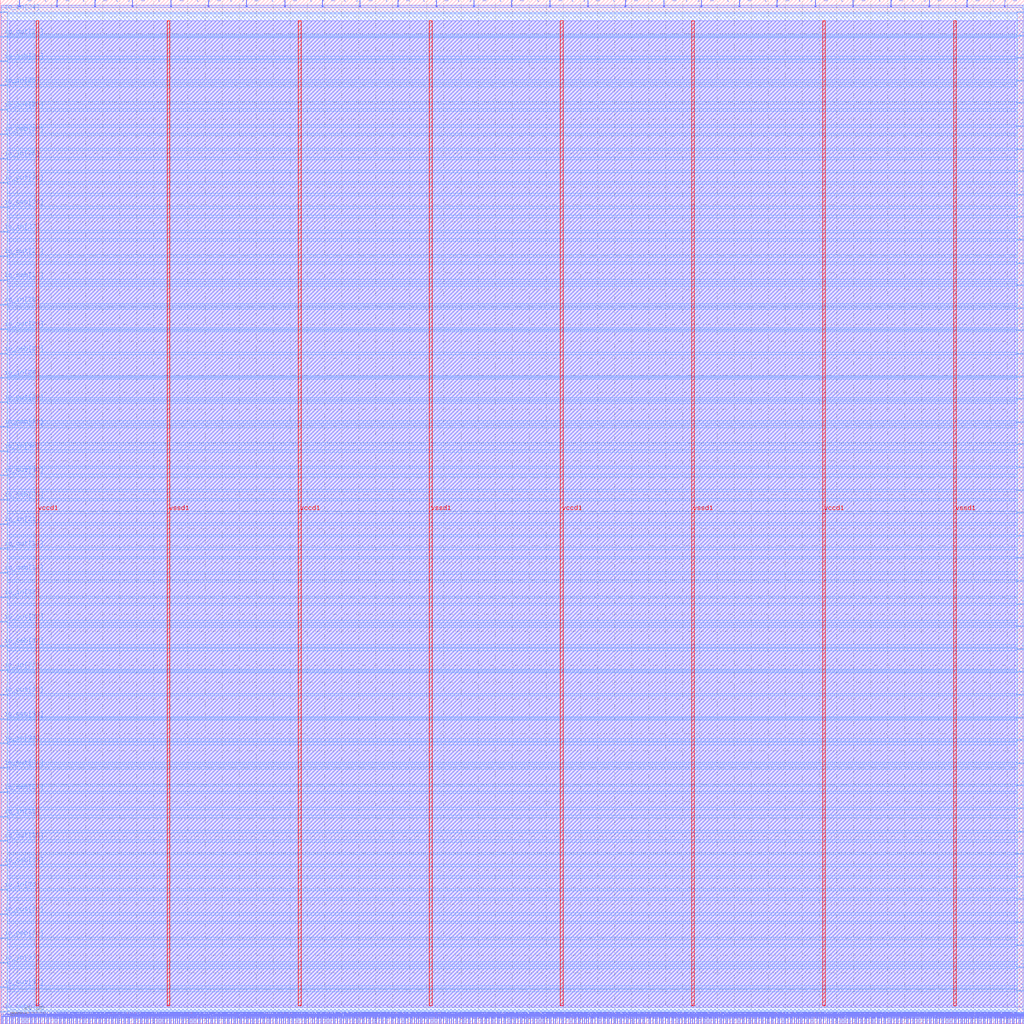
<source format=lef>
VERSION 5.7 ;
  NOWIREEXTENSIONATPIN ON ;
  DIVIDERCHAR "/" ;
  BUSBITCHARS "[]" ;
MACRO user_proj_example
  CLASS BLOCK ;
  FOREIGN user_proj_example ;
  ORIGIN 0.000 0.000 ;
  SIZE 600.000 BY 600.000 ;
  PIN io_in[0]
    DIRECTION INPUT ;
    USE SIGNAL ;
    PORT
      LAYER met3 ;
        RECT 596.000 6.160 600.000 6.760 ;
    END
  END io_in[0]
  PIN io_in[10]
    DIRECTION INPUT ;
    USE SIGNAL ;
    PORT
      LAYER met3 ;
        RECT 596.000 406.000 600.000 406.600 ;
    END
  END io_in[10]
  PIN io_in[11]
    DIRECTION INPUT ;
    USE SIGNAL ;
    PORT
      LAYER met3 ;
        RECT 596.000 445.440 600.000 446.040 ;
    END
  END io_in[11]
  PIN io_in[12]
    DIRECTION INPUT ;
    USE SIGNAL ;
    PORT
      LAYER met3 ;
        RECT 596.000 485.560 600.000 486.160 ;
    END
  END io_in[12]
  PIN io_in[13]
    DIRECTION INPUT ;
    USE SIGNAL ;
    PORT
      LAYER met3 ;
        RECT 596.000 525.680 600.000 526.280 ;
    END
  END io_in[13]
  PIN io_in[14]
    DIRECTION INPUT ;
    USE SIGNAL ;
    PORT
      LAYER met3 ;
        RECT 596.000 565.800 600.000 566.400 ;
    END
  END io_in[14]
  PIN io_in[15]
    DIRECTION INPUT ;
    USE SIGNAL ;
    PORT
      LAYER met2 ;
        RECT 588.430 596.000 588.710 600.000 ;
    END
  END io_in[15]
  PIN io_in[16]
    DIRECTION INPUT ;
    USE SIGNAL ;
    PORT
      LAYER met2 ;
        RECT 521.730 596.000 522.010 600.000 ;
    END
  END io_in[16]
  PIN io_in[17]
    DIRECTION INPUT ;
    USE SIGNAL ;
    PORT
      LAYER met2 ;
        RECT 455.030 596.000 455.310 600.000 ;
    END
  END io_in[17]
  PIN io_in[18]
    DIRECTION INPUT ;
    USE SIGNAL ;
    PORT
      LAYER met2 ;
        RECT 388.790 596.000 389.070 600.000 ;
    END
  END io_in[18]
  PIN io_in[19]
    DIRECTION INPUT ;
    USE SIGNAL ;
    PORT
      LAYER met2 ;
        RECT 322.090 596.000 322.370 600.000 ;
    END
  END io_in[19]
  PIN io_in[1]
    DIRECTION INPUT ;
    USE SIGNAL ;
    PORT
      LAYER met3 ;
        RECT 596.000 45.600 600.000 46.200 ;
    END
  END io_in[1]
  PIN io_in[20]
    DIRECTION INPUT ;
    USE SIGNAL ;
    PORT
      LAYER met2 ;
        RECT 255.390 596.000 255.670 600.000 ;
    END
  END io_in[20]
  PIN io_in[21]
    DIRECTION INPUT ;
    USE SIGNAL ;
    PORT
      LAYER met2 ;
        RECT 188.690 596.000 188.970 600.000 ;
    END
  END io_in[21]
  PIN io_in[22]
    DIRECTION INPUT ;
    USE SIGNAL ;
    PORT
      LAYER met2 ;
        RECT 121.990 596.000 122.270 600.000 ;
    END
  END io_in[22]
  PIN io_in[23]
    DIRECTION INPUT ;
    USE SIGNAL ;
    PORT
      LAYER met2 ;
        RECT 55.290 596.000 55.570 600.000 ;
    END
  END io_in[23]
  PIN io_in[24]
    DIRECTION INPUT ;
    USE SIGNAL ;
    PORT
      LAYER met3 ;
        RECT 0.000 592.320 4.000 592.920 ;
    END
  END io_in[24]
  PIN io_in[25]
    DIRECTION INPUT ;
    USE SIGNAL ;
    PORT
      LAYER met3 ;
        RECT 0.000 549.480 4.000 550.080 ;
    END
  END io_in[25]
  PIN io_in[26]
    DIRECTION INPUT ;
    USE SIGNAL ;
    PORT
      LAYER met3 ;
        RECT 0.000 506.640 4.000 507.240 ;
    END
  END io_in[26]
  PIN io_in[27]
    DIRECTION INPUT ;
    USE SIGNAL ;
    PORT
      LAYER met3 ;
        RECT 0.000 463.800 4.000 464.400 ;
    END
  END io_in[27]
  PIN io_in[28]
    DIRECTION INPUT ;
    USE SIGNAL ;
    PORT
      LAYER met3 ;
        RECT 0.000 420.960 4.000 421.560 ;
    END
  END io_in[28]
  PIN io_in[29]
    DIRECTION INPUT ;
    USE SIGNAL ;
    PORT
      LAYER met3 ;
        RECT 0.000 378.120 4.000 378.720 ;
    END
  END io_in[29]
  PIN io_in[2]
    DIRECTION INPUT ;
    USE SIGNAL ;
    PORT
      LAYER met3 ;
        RECT 596.000 85.720 600.000 86.320 ;
    END
  END io_in[2]
  PIN io_in[30]
    DIRECTION INPUT ;
    USE SIGNAL ;
    PORT
      LAYER met3 ;
        RECT 0.000 335.280 4.000 335.880 ;
    END
  END io_in[30]
  PIN io_in[31]
    DIRECTION INPUT ;
    USE SIGNAL ;
    PORT
      LAYER met3 ;
        RECT 0.000 292.440 4.000 293.040 ;
    END
  END io_in[31]
  PIN io_in[32]
    DIRECTION INPUT ;
    USE SIGNAL ;
    PORT
      LAYER met3 ;
        RECT 0.000 249.600 4.000 250.200 ;
    END
  END io_in[32]
  PIN io_in[33]
    DIRECTION INPUT ;
    USE SIGNAL ;
    PORT
      LAYER met3 ;
        RECT 0.000 206.760 4.000 207.360 ;
    END
  END io_in[33]
  PIN io_in[34]
    DIRECTION INPUT ;
    USE SIGNAL ;
    PORT
      LAYER met3 ;
        RECT 0.000 163.920 4.000 164.520 ;
    END
  END io_in[34]
  PIN io_in[35]
    DIRECTION INPUT ;
    USE SIGNAL ;
    PORT
      LAYER met3 ;
        RECT 0.000 121.080 4.000 121.680 ;
    END
  END io_in[35]
  PIN io_in[36]
    DIRECTION INPUT ;
    USE SIGNAL ;
    PORT
      LAYER met3 ;
        RECT 0.000 78.240 4.000 78.840 ;
    END
  END io_in[36]
  PIN io_in[37]
    DIRECTION INPUT ;
    USE SIGNAL ;
    PORT
      LAYER met3 ;
        RECT 0.000 35.400 4.000 36.000 ;
    END
  END io_in[37]
  PIN io_in[3]
    DIRECTION INPUT ;
    USE SIGNAL ;
    PORT
      LAYER met3 ;
        RECT 596.000 125.840 600.000 126.440 ;
    END
  END io_in[3]
  PIN io_in[4]
    DIRECTION INPUT ;
    USE SIGNAL ;
    PORT
      LAYER met3 ;
        RECT 596.000 165.960 600.000 166.560 ;
    END
  END io_in[4]
  PIN io_in[5]
    DIRECTION INPUT ;
    USE SIGNAL ;
    PORT
      LAYER met3 ;
        RECT 596.000 206.080 600.000 206.680 ;
    END
  END io_in[5]
  PIN io_in[6]
    DIRECTION INPUT ;
    USE SIGNAL ;
    PORT
      LAYER met3 ;
        RECT 596.000 245.520 600.000 246.120 ;
    END
  END io_in[6]
  PIN io_in[7]
    DIRECTION INPUT ;
    USE SIGNAL ;
    PORT
      LAYER met3 ;
        RECT 596.000 285.640 600.000 286.240 ;
    END
  END io_in[7]
  PIN io_in[8]
    DIRECTION INPUT ;
    USE SIGNAL ;
    PORT
      LAYER met3 ;
        RECT 596.000 325.760 600.000 326.360 ;
    END
  END io_in[8]
  PIN io_in[9]
    DIRECTION INPUT ;
    USE SIGNAL ;
    PORT
      LAYER met3 ;
        RECT 596.000 365.880 600.000 366.480 ;
    END
  END io_in[9]
  PIN io_oeb[0]
    DIRECTION OUTPUT TRISTATE ;
    USE SIGNAL ;
    PORT
      LAYER met3 ;
        RECT 596.000 32.680 600.000 33.280 ;
    END
  END io_oeb[0]
  PIN io_oeb[10]
    DIRECTION OUTPUT TRISTATE ;
    USE SIGNAL ;
    PORT
      LAYER met3 ;
        RECT 596.000 432.520 600.000 433.120 ;
    END
  END io_oeb[10]
  PIN io_oeb[11]
    DIRECTION OUTPUT TRISTATE ;
    USE SIGNAL ;
    PORT
      LAYER met3 ;
        RECT 596.000 472.640 600.000 473.240 ;
    END
  END io_oeb[11]
  PIN io_oeb[12]
    DIRECTION OUTPUT TRISTATE ;
    USE SIGNAL ;
    PORT
      LAYER met3 ;
        RECT 596.000 512.080 600.000 512.680 ;
    END
  END io_oeb[12]
  PIN io_oeb[13]
    DIRECTION OUTPUT TRISTATE ;
    USE SIGNAL ;
    PORT
      LAYER met3 ;
        RECT 596.000 552.200 600.000 552.800 ;
    END
  END io_oeb[13]
  PIN io_oeb[14]
    DIRECTION OUTPUT TRISTATE ;
    USE SIGNAL ;
    PORT
      LAYER met3 ;
        RECT 596.000 592.320 600.000 592.920 ;
    END
  END io_oeb[14]
  PIN io_oeb[15]
    DIRECTION OUTPUT TRISTATE ;
    USE SIGNAL ;
    PORT
      LAYER met2 ;
        RECT 544.270 596.000 544.550 600.000 ;
    END
  END io_oeb[15]
  PIN io_oeb[16]
    DIRECTION OUTPUT TRISTATE ;
    USE SIGNAL ;
    PORT
      LAYER met2 ;
        RECT 477.570 596.000 477.850 600.000 ;
    END
  END io_oeb[16]
  PIN io_oeb[17]
    DIRECTION OUTPUT TRISTATE ;
    USE SIGNAL ;
    PORT
      LAYER met2 ;
        RECT 410.870 596.000 411.150 600.000 ;
    END
  END io_oeb[17]
  PIN io_oeb[18]
    DIRECTION OUTPUT TRISTATE ;
    USE SIGNAL ;
    PORT
      LAYER met2 ;
        RECT 344.170 596.000 344.450 600.000 ;
    END
  END io_oeb[18]
  PIN io_oeb[19]
    DIRECTION OUTPUT TRISTATE ;
    USE SIGNAL ;
    PORT
      LAYER met2 ;
        RECT 277.470 596.000 277.750 600.000 ;
    END
  END io_oeb[19]
  PIN io_oeb[1]
    DIRECTION OUTPUT TRISTATE ;
    USE SIGNAL ;
    PORT
      LAYER met3 ;
        RECT 596.000 72.800 600.000 73.400 ;
    END
  END io_oeb[1]
  PIN io_oeb[20]
    DIRECTION OUTPUT TRISTATE ;
    USE SIGNAL ;
    PORT
      LAYER met2 ;
        RECT 210.770 596.000 211.050 600.000 ;
    END
  END io_oeb[20]
  PIN io_oeb[21]
    DIRECTION OUTPUT TRISTATE ;
    USE SIGNAL ;
    PORT
      LAYER met2 ;
        RECT 144.070 596.000 144.350 600.000 ;
    END
  END io_oeb[21]
  PIN io_oeb[22]
    DIRECTION OUTPUT TRISTATE ;
    USE SIGNAL ;
    PORT
      LAYER met2 ;
        RECT 77.370 596.000 77.650 600.000 ;
    END
  END io_oeb[22]
  PIN io_oeb[23]
    DIRECTION OUTPUT TRISTATE ;
    USE SIGNAL ;
    PORT
      LAYER met2 ;
        RECT 11.130 596.000 11.410 600.000 ;
    END
  END io_oeb[23]
  PIN io_oeb[24]
    DIRECTION OUTPUT TRISTATE ;
    USE SIGNAL ;
    PORT
      LAYER met3 ;
        RECT 0.000 563.760 4.000 564.360 ;
    END
  END io_oeb[24]
  PIN io_oeb[25]
    DIRECTION OUTPUT TRISTATE ;
    USE SIGNAL ;
    PORT
      LAYER met3 ;
        RECT 0.000 520.920 4.000 521.520 ;
    END
  END io_oeb[25]
  PIN io_oeb[26]
    DIRECTION OUTPUT TRISTATE ;
    USE SIGNAL ;
    PORT
      LAYER met3 ;
        RECT 0.000 478.080 4.000 478.680 ;
    END
  END io_oeb[26]
  PIN io_oeb[27]
    DIRECTION OUTPUT TRISTATE ;
    USE SIGNAL ;
    PORT
      LAYER met3 ;
        RECT 0.000 435.240 4.000 435.840 ;
    END
  END io_oeb[27]
  PIN io_oeb[28]
    DIRECTION OUTPUT TRISTATE ;
    USE SIGNAL ;
    PORT
      LAYER met3 ;
        RECT 0.000 392.400 4.000 393.000 ;
    END
  END io_oeb[28]
  PIN io_oeb[29]
    DIRECTION OUTPUT TRISTATE ;
    USE SIGNAL ;
    PORT
      LAYER met3 ;
        RECT 0.000 349.560 4.000 350.160 ;
    END
  END io_oeb[29]
  PIN io_oeb[2]
    DIRECTION OUTPUT TRISTATE ;
    USE SIGNAL ;
    PORT
      LAYER met3 ;
        RECT 596.000 112.240 600.000 112.840 ;
    END
  END io_oeb[2]
  PIN io_oeb[30]
    DIRECTION OUTPUT TRISTATE ;
    USE SIGNAL ;
    PORT
      LAYER met3 ;
        RECT 0.000 306.720 4.000 307.320 ;
    END
  END io_oeb[30]
  PIN io_oeb[31]
    DIRECTION OUTPUT TRISTATE ;
    USE SIGNAL ;
    PORT
      LAYER met3 ;
        RECT 0.000 263.880 4.000 264.480 ;
    END
  END io_oeb[31]
  PIN io_oeb[32]
    DIRECTION OUTPUT TRISTATE ;
    USE SIGNAL ;
    PORT
      LAYER met3 ;
        RECT 0.000 221.040 4.000 221.640 ;
    END
  END io_oeb[32]
  PIN io_oeb[33]
    DIRECTION OUTPUT TRISTATE ;
    USE SIGNAL ;
    PORT
      LAYER met3 ;
        RECT 0.000 178.200 4.000 178.800 ;
    END
  END io_oeb[33]
  PIN io_oeb[34]
    DIRECTION OUTPUT TRISTATE ;
    USE SIGNAL ;
    PORT
      LAYER met3 ;
        RECT 0.000 135.360 4.000 135.960 ;
    END
  END io_oeb[34]
  PIN io_oeb[35]
    DIRECTION OUTPUT TRISTATE ;
    USE SIGNAL ;
    PORT
      LAYER met3 ;
        RECT 0.000 92.520 4.000 93.120 ;
    END
  END io_oeb[35]
  PIN io_oeb[36]
    DIRECTION OUTPUT TRISTATE ;
    USE SIGNAL ;
    PORT
      LAYER met3 ;
        RECT 0.000 49.680 4.000 50.280 ;
    END
  END io_oeb[36]
  PIN io_oeb[37]
    DIRECTION OUTPUT TRISTATE ;
    USE SIGNAL ;
    PORT
      LAYER met3 ;
        RECT 0.000 6.840 4.000 7.440 ;
    END
  END io_oeb[37]
  PIN io_oeb[3]
    DIRECTION OUTPUT TRISTATE ;
    USE SIGNAL ;
    PORT
      LAYER met3 ;
        RECT 596.000 152.360 600.000 152.960 ;
    END
  END io_oeb[3]
  PIN io_oeb[4]
    DIRECTION OUTPUT TRISTATE ;
    USE SIGNAL ;
    PORT
      LAYER met3 ;
        RECT 596.000 192.480 600.000 193.080 ;
    END
  END io_oeb[4]
  PIN io_oeb[5]
    DIRECTION OUTPUT TRISTATE ;
    USE SIGNAL ;
    PORT
      LAYER met3 ;
        RECT 596.000 232.600 600.000 233.200 ;
    END
  END io_oeb[5]
  PIN io_oeb[6]
    DIRECTION OUTPUT TRISTATE ;
    USE SIGNAL ;
    PORT
      LAYER met3 ;
        RECT 596.000 272.720 600.000 273.320 ;
    END
  END io_oeb[6]
  PIN io_oeb[7]
    DIRECTION OUTPUT TRISTATE ;
    USE SIGNAL ;
    PORT
      LAYER met3 ;
        RECT 596.000 312.160 600.000 312.760 ;
    END
  END io_oeb[7]
  PIN io_oeb[8]
    DIRECTION OUTPUT TRISTATE ;
    USE SIGNAL ;
    PORT
      LAYER met3 ;
        RECT 596.000 352.280 600.000 352.880 ;
    END
  END io_oeb[8]
  PIN io_oeb[9]
    DIRECTION OUTPUT TRISTATE ;
    USE SIGNAL ;
    PORT
      LAYER met3 ;
        RECT 596.000 392.400 600.000 393.000 ;
    END
  END io_oeb[9]
  PIN io_out[0]
    DIRECTION OUTPUT TRISTATE ;
    USE SIGNAL ;
    PORT
      LAYER met3 ;
        RECT 596.000 19.080 600.000 19.680 ;
    END
  END io_out[0]
  PIN io_out[10]
    DIRECTION OUTPUT TRISTATE ;
    USE SIGNAL ;
    PORT
      LAYER met3 ;
        RECT 596.000 418.920 600.000 419.520 ;
    END
  END io_out[10]
  PIN io_out[11]
    DIRECTION OUTPUT TRISTATE ;
    USE SIGNAL ;
    PORT
      LAYER met3 ;
        RECT 596.000 459.040 600.000 459.640 ;
    END
  END io_out[11]
  PIN io_out[12]
    DIRECTION OUTPUT TRISTATE ;
    USE SIGNAL ;
    PORT
      LAYER met3 ;
        RECT 596.000 499.160 600.000 499.760 ;
    END
  END io_out[12]
  PIN io_out[13]
    DIRECTION OUTPUT TRISTATE ;
    USE SIGNAL ;
    PORT
      LAYER met3 ;
        RECT 596.000 539.280 600.000 539.880 ;
    END
  END io_out[13]
  PIN io_out[14]
    DIRECTION OUTPUT TRISTATE ;
    USE SIGNAL ;
    PORT
      LAYER met3 ;
        RECT 596.000 578.720 600.000 579.320 ;
    END
  END io_out[14]
  PIN io_out[15]
    DIRECTION OUTPUT TRISTATE ;
    USE SIGNAL ;
    PORT
      LAYER met2 ;
        RECT 566.350 596.000 566.630 600.000 ;
    END
  END io_out[15]
  PIN io_out[16]
    DIRECTION OUTPUT TRISTATE ;
    USE SIGNAL ;
    PORT
      LAYER met2 ;
        RECT 499.650 596.000 499.930 600.000 ;
    END
  END io_out[16]
  PIN io_out[17]
    DIRECTION OUTPUT TRISTATE ;
    USE SIGNAL ;
    PORT
      LAYER met2 ;
        RECT 432.950 596.000 433.230 600.000 ;
    END
  END io_out[17]
  PIN io_out[18]
    DIRECTION OUTPUT TRISTATE ;
    USE SIGNAL ;
    PORT
      LAYER met2 ;
        RECT 366.250 596.000 366.530 600.000 ;
    END
  END io_out[18]
  PIN io_out[19]
    DIRECTION OUTPUT TRISTATE ;
    USE SIGNAL ;
    PORT
      LAYER met2 ;
        RECT 299.550 596.000 299.830 600.000 ;
    END
  END io_out[19]
  PIN io_out[1]
    DIRECTION OUTPUT TRISTATE ;
    USE SIGNAL ;
    PORT
      LAYER met3 ;
        RECT 596.000 59.200 600.000 59.800 ;
    END
  END io_out[1]
  PIN io_out[20]
    DIRECTION OUTPUT TRISTATE ;
    USE SIGNAL ;
    PORT
      LAYER met2 ;
        RECT 232.850 596.000 233.130 600.000 ;
    END
  END io_out[20]
  PIN io_out[21]
    DIRECTION OUTPUT TRISTATE ;
    USE SIGNAL ;
    PORT
      LAYER met2 ;
        RECT 166.610 596.000 166.890 600.000 ;
    END
  END io_out[21]
  PIN io_out[22]
    DIRECTION OUTPUT TRISTATE ;
    USE SIGNAL ;
    PORT
      LAYER met2 ;
        RECT 99.910 596.000 100.190 600.000 ;
    END
  END io_out[22]
  PIN io_out[23]
    DIRECTION OUTPUT TRISTATE ;
    USE SIGNAL ;
    PORT
      LAYER met2 ;
        RECT 33.210 596.000 33.490 600.000 ;
    END
  END io_out[23]
  PIN io_out[24]
    DIRECTION OUTPUT TRISTATE ;
    USE SIGNAL ;
    PORT
      LAYER met3 ;
        RECT 0.000 578.040 4.000 578.640 ;
    END
  END io_out[24]
  PIN io_out[25]
    DIRECTION OUTPUT TRISTATE ;
    USE SIGNAL ;
    PORT
      LAYER met3 ;
        RECT 0.000 535.200 4.000 535.800 ;
    END
  END io_out[25]
  PIN io_out[26]
    DIRECTION OUTPUT TRISTATE ;
    USE SIGNAL ;
    PORT
      LAYER met3 ;
        RECT 0.000 492.360 4.000 492.960 ;
    END
  END io_out[26]
  PIN io_out[27]
    DIRECTION OUTPUT TRISTATE ;
    USE SIGNAL ;
    PORT
      LAYER met3 ;
        RECT 0.000 449.520 4.000 450.120 ;
    END
  END io_out[27]
  PIN io_out[28]
    DIRECTION OUTPUT TRISTATE ;
    USE SIGNAL ;
    PORT
      LAYER met3 ;
        RECT 0.000 406.680 4.000 407.280 ;
    END
  END io_out[28]
  PIN io_out[29]
    DIRECTION OUTPUT TRISTATE ;
    USE SIGNAL ;
    PORT
      LAYER met3 ;
        RECT 0.000 363.840 4.000 364.440 ;
    END
  END io_out[29]
  PIN io_out[2]
    DIRECTION OUTPUT TRISTATE ;
    USE SIGNAL ;
    PORT
      LAYER met3 ;
        RECT 596.000 99.320 600.000 99.920 ;
    END
  END io_out[2]
  PIN io_out[30]
    DIRECTION OUTPUT TRISTATE ;
    USE SIGNAL ;
    PORT
      LAYER met3 ;
        RECT 0.000 321.000 4.000 321.600 ;
    END
  END io_out[30]
  PIN io_out[31]
    DIRECTION OUTPUT TRISTATE ;
    USE SIGNAL ;
    PORT
      LAYER met3 ;
        RECT 0.000 278.160 4.000 278.760 ;
    END
  END io_out[31]
  PIN io_out[32]
    DIRECTION OUTPUT TRISTATE ;
    USE SIGNAL ;
    PORT
      LAYER met3 ;
        RECT 0.000 235.320 4.000 235.920 ;
    END
  END io_out[32]
  PIN io_out[33]
    DIRECTION OUTPUT TRISTATE ;
    USE SIGNAL ;
    PORT
      LAYER met3 ;
        RECT 0.000 192.480 4.000 193.080 ;
    END
  END io_out[33]
  PIN io_out[34]
    DIRECTION OUTPUT TRISTATE ;
    USE SIGNAL ;
    PORT
      LAYER met3 ;
        RECT 0.000 149.640 4.000 150.240 ;
    END
  END io_out[34]
  PIN io_out[35]
    DIRECTION OUTPUT TRISTATE ;
    USE SIGNAL ;
    PORT
      LAYER met3 ;
        RECT 0.000 106.800 4.000 107.400 ;
    END
  END io_out[35]
  PIN io_out[36]
    DIRECTION OUTPUT TRISTATE ;
    USE SIGNAL ;
    PORT
      LAYER met3 ;
        RECT 0.000 63.960 4.000 64.560 ;
    END
  END io_out[36]
  PIN io_out[37]
    DIRECTION OUTPUT TRISTATE ;
    USE SIGNAL ;
    PORT
      LAYER met3 ;
        RECT 0.000 21.120 4.000 21.720 ;
    END
  END io_out[37]
  PIN io_out[3]
    DIRECTION OUTPUT TRISTATE ;
    USE SIGNAL ;
    PORT
      LAYER met3 ;
        RECT 596.000 139.440 600.000 140.040 ;
    END
  END io_out[3]
  PIN io_out[4]
    DIRECTION OUTPUT TRISTATE ;
    USE SIGNAL ;
    PORT
      LAYER met3 ;
        RECT 596.000 178.880 600.000 179.480 ;
    END
  END io_out[4]
  PIN io_out[5]
    DIRECTION OUTPUT TRISTATE ;
    USE SIGNAL ;
    PORT
      LAYER met3 ;
        RECT 596.000 219.000 600.000 219.600 ;
    END
  END io_out[5]
  PIN io_out[6]
    DIRECTION OUTPUT TRISTATE ;
    USE SIGNAL ;
    PORT
      LAYER met3 ;
        RECT 596.000 259.120 600.000 259.720 ;
    END
  END io_out[6]
  PIN io_out[7]
    DIRECTION OUTPUT TRISTATE ;
    USE SIGNAL ;
    PORT
      LAYER met3 ;
        RECT 596.000 299.240 600.000 299.840 ;
    END
  END io_out[7]
  PIN io_out[8]
    DIRECTION OUTPUT TRISTATE ;
    USE SIGNAL ;
    PORT
      LAYER met3 ;
        RECT 596.000 339.360 600.000 339.960 ;
    END
  END io_out[8]
  PIN io_out[9]
    DIRECTION OUTPUT TRISTATE ;
    USE SIGNAL ;
    PORT
      LAYER met3 ;
        RECT 596.000 378.800 600.000 379.400 ;
    END
  END io_out[9]
  PIN irq[0]
    DIRECTION OUTPUT TRISTATE ;
    USE SIGNAL ;
    PORT
      LAYER met2 ;
        RECT 596.710 0.000 596.990 4.000 ;
    END
  END irq[0]
  PIN irq[1]
    DIRECTION OUTPUT TRISTATE ;
    USE SIGNAL ;
    PORT
      LAYER met2 ;
        RECT 597.630 0.000 597.910 4.000 ;
    END
  END irq[1]
  PIN irq[2]
    DIRECTION OUTPUT TRISTATE ;
    USE SIGNAL ;
    PORT
      LAYER met2 ;
        RECT 599.010 0.000 599.290 4.000 ;
    END
  END irq[2]
  PIN la_data_in[0]
    DIRECTION INPUT ;
    USE SIGNAL ;
    PORT
      LAYER met2 ;
        RECT 129.350 0.000 129.630 4.000 ;
    END
  END la_data_in[0]
  PIN la_data_in[100]
    DIRECTION INPUT ;
    USE SIGNAL ;
    PORT
      LAYER met2 ;
        RECT 494.130 0.000 494.410 4.000 ;
    END
  END la_data_in[100]
  PIN la_data_in[101]
    DIRECTION INPUT ;
    USE SIGNAL ;
    PORT
      LAYER met2 ;
        RECT 497.810 0.000 498.090 4.000 ;
    END
  END la_data_in[101]
  PIN la_data_in[102]
    DIRECTION INPUT ;
    USE SIGNAL ;
    PORT
      LAYER met2 ;
        RECT 501.490 0.000 501.770 4.000 ;
    END
  END la_data_in[102]
  PIN la_data_in[103]
    DIRECTION INPUT ;
    USE SIGNAL ;
    PORT
      LAYER met2 ;
        RECT 505.170 0.000 505.450 4.000 ;
    END
  END la_data_in[103]
  PIN la_data_in[104]
    DIRECTION INPUT ;
    USE SIGNAL ;
    PORT
      LAYER met2 ;
        RECT 508.850 0.000 509.130 4.000 ;
    END
  END la_data_in[104]
  PIN la_data_in[105]
    DIRECTION INPUT ;
    USE SIGNAL ;
    PORT
      LAYER met2 ;
        RECT 512.530 0.000 512.810 4.000 ;
    END
  END la_data_in[105]
  PIN la_data_in[106]
    DIRECTION INPUT ;
    USE SIGNAL ;
    PORT
      LAYER met2 ;
        RECT 516.210 0.000 516.490 4.000 ;
    END
  END la_data_in[106]
  PIN la_data_in[107]
    DIRECTION INPUT ;
    USE SIGNAL ;
    PORT
      LAYER met2 ;
        RECT 519.890 0.000 520.170 4.000 ;
    END
  END la_data_in[107]
  PIN la_data_in[108]
    DIRECTION INPUT ;
    USE SIGNAL ;
    PORT
      LAYER met2 ;
        RECT 523.570 0.000 523.850 4.000 ;
    END
  END la_data_in[108]
  PIN la_data_in[109]
    DIRECTION INPUT ;
    USE SIGNAL ;
    PORT
      LAYER met2 ;
        RECT 527.250 0.000 527.530 4.000 ;
    END
  END la_data_in[109]
  PIN la_data_in[10]
    DIRECTION INPUT ;
    USE SIGNAL ;
    PORT
      LAYER met2 ;
        RECT 165.690 0.000 165.970 4.000 ;
    END
  END la_data_in[10]
  PIN la_data_in[110]
    DIRECTION INPUT ;
    USE SIGNAL ;
    PORT
      LAYER met2 ;
        RECT 530.930 0.000 531.210 4.000 ;
    END
  END la_data_in[110]
  PIN la_data_in[111]
    DIRECTION INPUT ;
    USE SIGNAL ;
    PORT
      LAYER met2 ;
        RECT 534.610 0.000 534.890 4.000 ;
    END
  END la_data_in[111]
  PIN la_data_in[112]
    DIRECTION INPUT ;
    USE SIGNAL ;
    PORT
      LAYER met2 ;
        RECT 538.290 0.000 538.570 4.000 ;
    END
  END la_data_in[112]
  PIN la_data_in[113]
    DIRECTION INPUT ;
    USE SIGNAL ;
    PORT
      LAYER met2 ;
        RECT 541.970 0.000 542.250 4.000 ;
    END
  END la_data_in[113]
  PIN la_data_in[114]
    DIRECTION INPUT ;
    USE SIGNAL ;
    PORT
      LAYER met2 ;
        RECT 545.190 0.000 545.470 4.000 ;
    END
  END la_data_in[114]
  PIN la_data_in[115]
    DIRECTION INPUT ;
    USE SIGNAL ;
    PORT
      LAYER met2 ;
        RECT 548.870 0.000 549.150 4.000 ;
    END
  END la_data_in[115]
  PIN la_data_in[116]
    DIRECTION INPUT ;
    USE SIGNAL ;
    PORT
      LAYER met2 ;
        RECT 552.550 0.000 552.830 4.000 ;
    END
  END la_data_in[116]
  PIN la_data_in[117]
    DIRECTION INPUT ;
    USE SIGNAL ;
    PORT
      LAYER met2 ;
        RECT 556.230 0.000 556.510 4.000 ;
    END
  END la_data_in[117]
  PIN la_data_in[118]
    DIRECTION INPUT ;
    USE SIGNAL ;
    PORT
      LAYER met2 ;
        RECT 559.910 0.000 560.190 4.000 ;
    END
  END la_data_in[118]
  PIN la_data_in[119]
    DIRECTION INPUT ;
    USE SIGNAL ;
    PORT
      LAYER met2 ;
        RECT 563.590 0.000 563.870 4.000 ;
    END
  END la_data_in[119]
  PIN la_data_in[11]
    DIRECTION INPUT ;
    USE SIGNAL ;
    PORT
      LAYER met2 ;
        RECT 169.370 0.000 169.650 4.000 ;
    END
  END la_data_in[11]
  PIN la_data_in[120]
    DIRECTION INPUT ;
    USE SIGNAL ;
    PORT
      LAYER met2 ;
        RECT 567.270 0.000 567.550 4.000 ;
    END
  END la_data_in[120]
  PIN la_data_in[121]
    DIRECTION INPUT ;
    USE SIGNAL ;
    PORT
      LAYER met2 ;
        RECT 570.950 0.000 571.230 4.000 ;
    END
  END la_data_in[121]
  PIN la_data_in[122]
    DIRECTION INPUT ;
    USE SIGNAL ;
    PORT
      LAYER met2 ;
        RECT 574.630 0.000 574.910 4.000 ;
    END
  END la_data_in[122]
  PIN la_data_in[123]
    DIRECTION INPUT ;
    USE SIGNAL ;
    PORT
      LAYER met2 ;
        RECT 578.310 0.000 578.590 4.000 ;
    END
  END la_data_in[123]
  PIN la_data_in[124]
    DIRECTION INPUT ;
    USE SIGNAL ;
    PORT
      LAYER met2 ;
        RECT 581.990 0.000 582.270 4.000 ;
    END
  END la_data_in[124]
  PIN la_data_in[125]
    DIRECTION INPUT ;
    USE SIGNAL ;
    PORT
      LAYER met2 ;
        RECT 585.670 0.000 585.950 4.000 ;
    END
  END la_data_in[125]
  PIN la_data_in[126]
    DIRECTION INPUT ;
    USE SIGNAL ;
    PORT
      LAYER met2 ;
        RECT 589.350 0.000 589.630 4.000 ;
    END
  END la_data_in[126]
  PIN la_data_in[127]
    DIRECTION INPUT ;
    USE SIGNAL ;
    PORT
      LAYER met2 ;
        RECT 593.030 0.000 593.310 4.000 ;
    END
  END la_data_in[127]
  PIN la_data_in[12]
    DIRECTION INPUT ;
    USE SIGNAL ;
    PORT
      LAYER met2 ;
        RECT 173.050 0.000 173.330 4.000 ;
    END
  END la_data_in[12]
  PIN la_data_in[13]
    DIRECTION INPUT ;
    USE SIGNAL ;
    PORT
      LAYER met2 ;
        RECT 176.730 0.000 177.010 4.000 ;
    END
  END la_data_in[13]
  PIN la_data_in[14]
    DIRECTION INPUT ;
    USE SIGNAL ;
    PORT
      LAYER met2 ;
        RECT 180.410 0.000 180.690 4.000 ;
    END
  END la_data_in[14]
  PIN la_data_in[15]
    DIRECTION INPUT ;
    USE SIGNAL ;
    PORT
      LAYER met2 ;
        RECT 184.090 0.000 184.370 4.000 ;
    END
  END la_data_in[15]
  PIN la_data_in[16]
    DIRECTION INPUT ;
    USE SIGNAL ;
    PORT
      LAYER met2 ;
        RECT 187.770 0.000 188.050 4.000 ;
    END
  END la_data_in[16]
  PIN la_data_in[17]
    DIRECTION INPUT ;
    USE SIGNAL ;
    PORT
      LAYER met2 ;
        RECT 191.450 0.000 191.730 4.000 ;
    END
  END la_data_in[17]
  PIN la_data_in[18]
    DIRECTION INPUT ;
    USE SIGNAL ;
    PORT
      LAYER met2 ;
        RECT 195.130 0.000 195.410 4.000 ;
    END
  END la_data_in[18]
  PIN la_data_in[19]
    DIRECTION INPUT ;
    USE SIGNAL ;
    PORT
      LAYER met2 ;
        RECT 198.810 0.000 199.090 4.000 ;
    END
  END la_data_in[19]
  PIN la_data_in[1]
    DIRECTION INPUT ;
    USE SIGNAL ;
    PORT
      LAYER met2 ;
        RECT 133.030 0.000 133.310 4.000 ;
    END
  END la_data_in[1]
  PIN la_data_in[20]
    DIRECTION INPUT ;
    USE SIGNAL ;
    PORT
      LAYER met2 ;
        RECT 202.490 0.000 202.770 4.000 ;
    END
  END la_data_in[20]
  PIN la_data_in[21]
    DIRECTION INPUT ;
    USE SIGNAL ;
    PORT
      LAYER met2 ;
        RECT 206.170 0.000 206.450 4.000 ;
    END
  END la_data_in[21]
  PIN la_data_in[22]
    DIRECTION INPUT ;
    USE SIGNAL ;
    PORT
      LAYER met2 ;
        RECT 209.390 0.000 209.670 4.000 ;
    END
  END la_data_in[22]
  PIN la_data_in[23]
    DIRECTION INPUT ;
    USE SIGNAL ;
    PORT
      LAYER met2 ;
        RECT 213.070 0.000 213.350 4.000 ;
    END
  END la_data_in[23]
  PIN la_data_in[24]
    DIRECTION INPUT ;
    USE SIGNAL ;
    PORT
      LAYER met2 ;
        RECT 216.750 0.000 217.030 4.000 ;
    END
  END la_data_in[24]
  PIN la_data_in[25]
    DIRECTION INPUT ;
    USE SIGNAL ;
    PORT
      LAYER met2 ;
        RECT 220.430 0.000 220.710 4.000 ;
    END
  END la_data_in[25]
  PIN la_data_in[26]
    DIRECTION INPUT ;
    USE SIGNAL ;
    PORT
      LAYER met2 ;
        RECT 224.110 0.000 224.390 4.000 ;
    END
  END la_data_in[26]
  PIN la_data_in[27]
    DIRECTION INPUT ;
    USE SIGNAL ;
    PORT
      LAYER met2 ;
        RECT 227.790 0.000 228.070 4.000 ;
    END
  END la_data_in[27]
  PIN la_data_in[28]
    DIRECTION INPUT ;
    USE SIGNAL ;
    PORT
      LAYER met2 ;
        RECT 231.470 0.000 231.750 4.000 ;
    END
  END la_data_in[28]
  PIN la_data_in[29]
    DIRECTION INPUT ;
    USE SIGNAL ;
    PORT
      LAYER met2 ;
        RECT 235.150 0.000 235.430 4.000 ;
    END
  END la_data_in[29]
  PIN la_data_in[2]
    DIRECTION INPUT ;
    USE SIGNAL ;
    PORT
      LAYER met2 ;
        RECT 136.710 0.000 136.990 4.000 ;
    END
  END la_data_in[2]
  PIN la_data_in[30]
    DIRECTION INPUT ;
    USE SIGNAL ;
    PORT
      LAYER met2 ;
        RECT 238.830 0.000 239.110 4.000 ;
    END
  END la_data_in[30]
  PIN la_data_in[31]
    DIRECTION INPUT ;
    USE SIGNAL ;
    PORT
      LAYER met2 ;
        RECT 242.510 0.000 242.790 4.000 ;
    END
  END la_data_in[31]
  PIN la_data_in[32]
    DIRECTION INPUT ;
    USE SIGNAL ;
    PORT
      LAYER met2 ;
        RECT 246.190 0.000 246.470 4.000 ;
    END
  END la_data_in[32]
  PIN la_data_in[33]
    DIRECTION INPUT ;
    USE SIGNAL ;
    PORT
      LAYER met2 ;
        RECT 249.870 0.000 250.150 4.000 ;
    END
  END la_data_in[33]
  PIN la_data_in[34]
    DIRECTION INPUT ;
    USE SIGNAL ;
    PORT
      LAYER met2 ;
        RECT 253.550 0.000 253.830 4.000 ;
    END
  END la_data_in[34]
  PIN la_data_in[35]
    DIRECTION INPUT ;
    USE SIGNAL ;
    PORT
      LAYER met2 ;
        RECT 257.230 0.000 257.510 4.000 ;
    END
  END la_data_in[35]
  PIN la_data_in[36]
    DIRECTION INPUT ;
    USE SIGNAL ;
    PORT
      LAYER met2 ;
        RECT 260.910 0.000 261.190 4.000 ;
    END
  END la_data_in[36]
  PIN la_data_in[37]
    DIRECTION INPUT ;
    USE SIGNAL ;
    PORT
      LAYER met2 ;
        RECT 264.130 0.000 264.410 4.000 ;
    END
  END la_data_in[37]
  PIN la_data_in[38]
    DIRECTION INPUT ;
    USE SIGNAL ;
    PORT
      LAYER met2 ;
        RECT 267.810 0.000 268.090 4.000 ;
    END
  END la_data_in[38]
  PIN la_data_in[39]
    DIRECTION INPUT ;
    USE SIGNAL ;
    PORT
      LAYER met2 ;
        RECT 271.490 0.000 271.770 4.000 ;
    END
  END la_data_in[39]
  PIN la_data_in[3]
    DIRECTION INPUT ;
    USE SIGNAL ;
    PORT
      LAYER met2 ;
        RECT 140.390 0.000 140.670 4.000 ;
    END
  END la_data_in[3]
  PIN la_data_in[40]
    DIRECTION INPUT ;
    USE SIGNAL ;
    PORT
      LAYER met2 ;
        RECT 275.170 0.000 275.450 4.000 ;
    END
  END la_data_in[40]
  PIN la_data_in[41]
    DIRECTION INPUT ;
    USE SIGNAL ;
    PORT
      LAYER met2 ;
        RECT 278.850 0.000 279.130 4.000 ;
    END
  END la_data_in[41]
  PIN la_data_in[42]
    DIRECTION INPUT ;
    USE SIGNAL ;
    PORT
      LAYER met2 ;
        RECT 282.530 0.000 282.810 4.000 ;
    END
  END la_data_in[42]
  PIN la_data_in[43]
    DIRECTION INPUT ;
    USE SIGNAL ;
    PORT
      LAYER met2 ;
        RECT 286.210 0.000 286.490 4.000 ;
    END
  END la_data_in[43]
  PIN la_data_in[44]
    DIRECTION INPUT ;
    USE SIGNAL ;
    PORT
      LAYER met2 ;
        RECT 289.890 0.000 290.170 4.000 ;
    END
  END la_data_in[44]
  PIN la_data_in[45]
    DIRECTION INPUT ;
    USE SIGNAL ;
    PORT
      LAYER met2 ;
        RECT 293.570 0.000 293.850 4.000 ;
    END
  END la_data_in[45]
  PIN la_data_in[46]
    DIRECTION INPUT ;
    USE SIGNAL ;
    PORT
      LAYER met2 ;
        RECT 297.250 0.000 297.530 4.000 ;
    END
  END la_data_in[46]
  PIN la_data_in[47]
    DIRECTION INPUT ;
    USE SIGNAL ;
    PORT
      LAYER met2 ;
        RECT 300.930 0.000 301.210 4.000 ;
    END
  END la_data_in[47]
  PIN la_data_in[48]
    DIRECTION INPUT ;
    USE SIGNAL ;
    PORT
      LAYER met2 ;
        RECT 304.610 0.000 304.890 4.000 ;
    END
  END la_data_in[48]
  PIN la_data_in[49]
    DIRECTION INPUT ;
    USE SIGNAL ;
    PORT
      LAYER met2 ;
        RECT 308.290 0.000 308.570 4.000 ;
    END
  END la_data_in[49]
  PIN la_data_in[4]
    DIRECTION INPUT ;
    USE SIGNAL ;
    PORT
      LAYER met2 ;
        RECT 144.070 0.000 144.350 4.000 ;
    END
  END la_data_in[4]
  PIN la_data_in[50]
    DIRECTION INPUT ;
    USE SIGNAL ;
    PORT
      LAYER met2 ;
        RECT 311.970 0.000 312.250 4.000 ;
    END
  END la_data_in[50]
  PIN la_data_in[51]
    DIRECTION INPUT ;
    USE SIGNAL ;
    PORT
      LAYER met2 ;
        RECT 315.650 0.000 315.930 4.000 ;
    END
  END la_data_in[51]
  PIN la_data_in[52]
    DIRECTION INPUT ;
    USE SIGNAL ;
    PORT
      LAYER met2 ;
        RECT 318.870 0.000 319.150 4.000 ;
    END
  END la_data_in[52]
  PIN la_data_in[53]
    DIRECTION INPUT ;
    USE SIGNAL ;
    PORT
      LAYER met2 ;
        RECT 322.550 0.000 322.830 4.000 ;
    END
  END la_data_in[53]
  PIN la_data_in[54]
    DIRECTION INPUT ;
    USE SIGNAL ;
    PORT
      LAYER met2 ;
        RECT 326.230 0.000 326.510 4.000 ;
    END
  END la_data_in[54]
  PIN la_data_in[55]
    DIRECTION INPUT ;
    USE SIGNAL ;
    PORT
      LAYER met2 ;
        RECT 329.910 0.000 330.190 4.000 ;
    END
  END la_data_in[55]
  PIN la_data_in[56]
    DIRECTION INPUT ;
    USE SIGNAL ;
    PORT
      LAYER met2 ;
        RECT 333.590 0.000 333.870 4.000 ;
    END
  END la_data_in[56]
  PIN la_data_in[57]
    DIRECTION INPUT ;
    USE SIGNAL ;
    PORT
      LAYER met2 ;
        RECT 337.270 0.000 337.550 4.000 ;
    END
  END la_data_in[57]
  PIN la_data_in[58]
    DIRECTION INPUT ;
    USE SIGNAL ;
    PORT
      LAYER met2 ;
        RECT 340.950 0.000 341.230 4.000 ;
    END
  END la_data_in[58]
  PIN la_data_in[59]
    DIRECTION INPUT ;
    USE SIGNAL ;
    PORT
      LAYER met2 ;
        RECT 344.630 0.000 344.910 4.000 ;
    END
  END la_data_in[59]
  PIN la_data_in[5]
    DIRECTION INPUT ;
    USE SIGNAL ;
    PORT
      LAYER met2 ;
        RECT 147.750 0.000 148.030 4.000 ;
    END
  END la_data_in[5]
  PIN la_data_in[60]
    DIRECTION INPUT ;
    USE SIGNAL ;
    PORT
      LAYER met2 ;
        RECT 348.310 0.000 348.590 4.000 ;
    END
  END la_data_in[60]
  PIN la_data_in[61]
    DIRECTION INPUT ;
    USE SIGNAL ;
    PORT
      LAYER met2 ;
        RECT 351.990 0.000 352.270 4.000 ;
    END
  END la_data_in[61]
  PIN la_data_in[62]
    DIRECTION INPUT ;
    USE SIGNAL ;
    PORT
      LAYER met2 ;
        RECT 355.670 0.000 355.950 4.000 ;
    END
  END la_data_in[62]
  PIN la_data_in[63]
    DIRECTION INPUT ;
    USE SIGNAL ;
    PORT
      LAYER met2 ;
        RECT 359.350 0.000 359.630 4.000 ;
    END
  END la_data_in[63]
  PIN la_data_in[64]
    DIRECTION INPUT ;
    USE SIGNAL ;
    PORT
      LAYER met2 ;
        RECT 363.030 0.000 363.310 4.000 ;
    END
  END la_data_in[64]
  PIN la_data_in[65]
    DIRECTION INPUT ;
    USE SIGNAL ;
    PORT
      LAYER met2 ;
        RECT 366.710 0.000 366.990 4.000 ;
    END
  END la_data_in[65]
  PIN la_data_in[66]
    DIRECTION INPUT ;
    USE SIGNAL ;
    PORT
      LAYER met2 ;
        RECT 370.390 0.000 370.670 4.000 ;
    END
  END la_data_in[66]
  PIN la_data_in[67]
    DIRECTION INPUT ;
    USE SIGNAL ;
    PORT
      LAYER met2 ;
        RECT 374.070 0.000 374.350 4.000 ;
    END
  END la_data_in[67]
  PIN la_data_in[68]
    DIRECTION INPUT ;
    USE SIGNAL ;
    PORT
      LAYER met2 ;
        RECT 377.290 0.000 377.570 4.000 ;
    END
  END la_data_in[68]
  PIN la_data_in[69]
    DIRECTION INPUT ;
    USE SIGNAL ;
    PORT
      LAYER met2 ;
        RECT 380.970 0.000 381.250 4.000 ;
    END
  END la_data_in[69]
  PIN la_data_in[6]
    DIRECTION INPUT ;
    USE SIGNAL ;
    PORT
      LAYER met2 ;
        RECT 150.970 0.000 151.250 4.000 ;
    END
  END la_data_in[6]
  PIN la_data_in[70]
    DIRECTION INPUT ;
    USE SIGNAL ;
    PORT
      LAYER met2 ;
        RECT 384.650 0.000 384.930 4.000 ;
    END
  END la_data_in[70]
  PIN la_data_in[71]
    DIRECTION INPUT ;
    USE SIGNAL ;
    PORT
      LAYER met2 ;
        RECT 388.330 0.000 388.610 4.000 ;
    END
  END la_data_in[71]
  PIN la_data_in[72]
    DIRECTION INPUT ;
    USE SIGNAL ;
    PORT
      LAYER met2 ;
        RECT 392.010 0.000 392.290 4.000 ;
    END
  END la_data_in[72]
  PIN la_data_in[73]
    DIRECTION INPUT ;
    USE SIGNAL ;
    PORT
      LAYER met2 ;
        RECT 395.690 0.000 395.970 4.000 ;
    END
  END la_data_in[73]
  PIN la_data_in[74]
    DIRECTION INPUT ;
    USE SIGNAL ;
    PORT
      LAYER met2 ;
        RECT 399.370 0.000 399.650 4.000 ;
    END
  END la_data_in[74]
  PIN la_data_in[75]
    DIRECTION INPUT ;
    USE SIGNAL ;
    PORT
      LAYER met2 ;
        RECT 403.050 0.000 403.330 4.000 ;
    END
  END la_data_in[75]
  PIN la_data_in[76]
    DIRECTION INPUT ;
    USE SIGNAL ;
    PORT
      LAYER met2 ;
        RECT 406.730 0.000 407.010 4.000 ;
    END
  END la_data_in[76]
  PIN la_data_in[77]
    DIRECTION INPUT ;
    USE SIGNAL ;
    PORT
      LAYER met2 ;
        RECT 410.410 0.000 410.690 4.000 ;
    END
  END la_data_in[77]
  PIN la_data_in[78]
    DIRECTION INPUT ;
    USE SIGNAL ;
    PORT
      LAYER met2 ;
        RECT 414.090 0.000 414.370 4.000 ;
    END
  END la_data_in[78]
  PIN la_data_in[79]
    DIRECTION INPUT ;
    USE SIGNAL ;
    PORT
      LAYER met2 ;
        RECT 417.770 0.000 418.050 4.000 ;
    END
  END la_data_in[79]
  PIN la_data_in[7]
    DIRECTION INPUT ;
    USE SIGNAL ;
    PORT
      LAYER met2 ;
        RECT 154.650 0.000 154.930 4.000 ;
    END
  END la_data_in[7]
  PIN la_data_in[80]
    DIRECTION INPUT ;
    USE SIGNAL ;
    PORT
      LAYER met2 ;
        RECT 421.450 0.000 421.730 4.000 ;
    END
  END la_data_in[80]
  PIN la_data_in[81]
    DIRECTION INPUT ;
    USE SIGNAL ;
    PORT
      LAYER met2 ;
        RECT 425.130 0.000 425.410 4.000 ;
    END
  END la_data_in[81]
  PIN la_data_in[82]
    DIRECTION INPUT ;
    USE SIGNAL ;
    PORT
      LAYER met2 ;
        RECT 428.810 0.000 429.090 4.000 ;
    END
  END la_data_in[82]
  PIN la_data_in[83]
    DIRECTION INPUT ;
    USE SIGNAL ;
    PORT
      LAYER met2 ;
        RECT 432.030 0.000 432.310 4.000 ;
    END
  END la_data_in[83]
  PIN la_data_in[84]
    DIRECTION INPUT ;
    USE SIGNAL ;
    PORT
      LAYER met2 ;
        RECT 435.710 0.000 435.990 4.000 ;
    END
  END la_data_in[84]
  PIN la_data_in[85]
    DIRECTION INPUT ;
    USE SIGNAL ;
    PORT
      LAYER met2 ;
        RECT 439.390 0.000 439.670 4.000 ;
    END
  END la_data_in[85]
  PIN la_data_in[86]
    DIRECTION INPUT ;
    USE SIGNAL ;
    PORT
      LAYER met2 ;
        RECT 443.070 0.000 443.350 4.000 ;
    END
  END la_data_in[86]
  PIN la_data_in[87]
    DIRECTION INPUT ;
    USE SIGNAL ;
    PORT
      LAYER met2 ;
        RECT 446.750 0.000 447.030 4.000 ;
    END
  END la_data_in[87]
  PIN la_data_in[88]
    DIRECTION INPUT ;
    USE SIGNAL ;
    PORT
      LAYER met2 ;
        RECT 450.430 0.000 450.710 4.000 ;
    END
  END la_data_in[88]
  PIN la_data_in[89]
    DIRECTION INPUT ;
    USE SIGNAL ;
    PORT
      LAYER met2 ;
        RECT 454.110 0.000 454.390 4.000 ;
    END
  END la_data_in[89]
  PIN la_data_in[8]
    DIRECTION INPUT ;
    USE SIGNAL ;
    PORT
      LAYER met2 ;
        RECT 158.330 0.000 158.610 4.000 ;
    END
  END la_data_in[8]
  PIN la_data_in[90]
    DIRECTION INPUT ;
    USE SIGNAL ;
    PORT
      LAYER met2 ;
        RECT 457.790 0.000 458.070 4.000 ;
    END
  END la_data_in[90]
  PIN la_data_in[91]
    DIRECTION INPUT ;
    USE SIGNAL ;
    PORT
      LAYER met2 ;
        RECT 461.470 0.000 461.750 4.000 ;
    END
  END la_data_in[91]
  PIN la_data_in[92]
    DIRECTION INPUT ;
    USE SIGNAL ;
    PORT
      LAYER met2 ;
        RECT 465.150 0.000 465.430 4.000 ;
    END
  END la_data_in[92]
  PIN la_data_in[93]
    DIRECTION INPUT ;
    USE SIGNAL ;
    PORT
      LAYER met2 ;
        RECT 468.830 0.000 469.110 4.000 ;
    END
  END la_data_in[93]
  PIN la_data_in[94]
    DIRECTION INPUT ;
    USE SIGNAL ;
    PORT
      LAYER met2 ;
        RECT 472.510 0.000 472.790 4.000 ;
    END
  END la_data_in[94]
  PIN la_data_in[95]
    DIRECTION INPUT ;
    USE SIGNAL ;
    PORT
      LAYER met2 ;
        RECT 476.190 0.000 476.470 4.000 ;
    END
  END la_data_in[95]
  PIN la_data_in[96]
    DIRECTION INPUT ;
    USE SIGNAL ;
    PORT
      LAYER met2 ;
        RECT 479.870 0.000 480.150 4.000 ;
    END
  END la_data_in[96]
  PIN la_data_in[97]
    DIRECTION INPUT ;
    USE SIGNAL ;
    PORT
      LAYER met2 ;
        RECT 483.550 0.000 483.830 4.000 ;
    END
  END la_data_in[97]
  PIN la_data_in[98]
    DIRECTION INPUT ;
    USE SIGNAL ;
    PORT
      LAYER met2 ;
        RECT 487.230 0.000 487.510 4.000 ;
    END
  END la_data_in[98]
  PIN la_data_in[99]
    DIRECTION INPUT ;
    USE SIGNAL ;
    PORT
      LAYER met2 ;
        RECT 490.450 0.000 490.730 4.000 ;
    END
  END la_data_in[99]
  PIN la_data_in[9]
    DIRECTION INPUT ;
    USE SIGNAL ;
    PORT
      LAYER met2 ;
        RECT 162.010 0.000 162.290 4.000 ;
    END
  END la_data_in[9]
  PIN la_data_out[0]
    DIRECTION OUTPUT TRISTATE ;
    USE SIGNAL ;
    PORT
      LAYER met2 ;
        RECT 130.730 0.000 131.010 4.000 ;
    END
  END la_data_out[0]
  PIN la_data_out[100]
    DIRECTION OUTPUT TRISTATE ;
    USE SIGNAL ;
    PORT
      LAYER met2 ;
        RECT 495.510 0.000 495.790 4.000 ;
    END
  END la_data_out[100]
  PIN la_data_out[101]
    DIRECTION OUTPUT TRISTATE ;
    USE SIGNAL ;
    PORT
      LAYER met2 ;
        RECT 499.190 0.000 499.470 4.000 ;
    END
  END la_data_out[101]
  PIN la_data_out[102]
    DIRECTION OUTPUT TRISTATE ;
    USE SIGNAL ;
    PORT
      LAYER met2 ;
        RECT 502.870 0.000 503.150 4.000 ;
    END
  END la_data_out[102]
  PIN la_data_out[103]
    DIRECTION OUTPUT TRISTATE ;
    USE SIGNAL ;
    PORT
      LAYER met2 ;
        RECT 506.550 0.000 506.830 4.000 ;
    END
  END la_data_out[103]
  PIN la_data_out[104]
    DIRECTION OUTPUT TRISTATE ;
    USE SIGNAL ;
    PORT
      LAYER met2 ;
        RECT 510.230 0.000 510.510 4.000 ;
    END
  END la_data_out[104]
  PIN la_data_out[105]
    DIRECTION OUTPUT TRISTATE ;
    USE SIGNAL ;
    PORT
      LAYER met2 ;
        RECT 513.910 0.000 514.190 4.000 ;
    END
  END la_data_out[105]
  PIN la_data_out[106]
    DIRECTION OUTPUT TRISTATE ;
    USE SIGNAL ;
    PORT
      LAYER met2 ;
        RECT 517.590 0.000 517.870 4.000 ;
    END
  END la_data_out[106]
  PIN la_data_out[107]
    DIRECTION OUTPUT TRISTATE ;
    USE SIGNAL ;
    PORT
      LAYER met2 ;
        RECT 521.270 0.000 521.550 4.000 ;
    END
  END la_data_out[107]
  PIN la_data_out[108]
    DIRECTION OUTPUT TRISTATE ;
    USE SIGNAL ;
    PORT
      LAYER met2 ;
        RECT 524.950 0.000 525.230 4.000 ;
    END
  END la_data_out[108]
  PIN la_data_out[109]
    DIRECTION OUTPUT TRISTATE ;
    USE SIGNAL ;
    PORT
      LAYER met2 ;
        RECT 528.170 0.000 528.450 4.000 ;
    END
  END la_data_out[109]
  PIN la_data_out[10]
    DIRECTION OUTPUT TRISTATE ;
    USE SIGNAL ;
    PORT
      LAYER met2 ;
        RECT 167.070 0.000 167.350 4.000 ;
    END
  END la_data_out[10]
  PIN la_data_out[110]
    DIRECTION OUTPUT TRISTATE ;
    USE SIGNAL ;
    PORT
      LAYER met2 ;
        RECT 531.850 0.000 532.130 4.000 ;
    END
  END la_data_out[110]
  PIN la_data_out[111]
    DIRECTION OUTPUT TRISTATE ;
    USE SIGNAL ;
    PORT
      LAYER met2 ;
        RECT 535.530 0.000 535.810 4.000 ;
    END
  END la_data_out[111]
  PIN la_data_out[112]
    DIRECTION OUTPUT TRISTATE ;
    USE SIGNAL ;
    PORT
      LAYER met2 ;
        RECT 539.210 0.000 539.490 4.000 ;
    END
  END la_data_out[112]
  PIN la_data_out[113]
    DIRECTION OUTPUT TRISTATE ;
    USE SIGNAL ;
    PORT
      LAYER met2 ;
        RECT 542.890 0.000 543.170 4.000 ;
    END
  END la_data_out[113]
  PIN la_data_out[114]
    DIRECTION OUTPUT TRISTATE ;
    USE SIGNAL ;
    PORT
      LAYER met2 ;
        RECT 546.570 0.000 546.850 4.000 ;
    END
  END la_data_out[114]
  PIN la_data_out[115]
    DIRECTION OUTPUT TRISTATE ;
    USE SIGNAL ;
    PORT
      LAYER met2 ;
        RECT 550.250 0.000 550.530 4.000 ;
    END
  END la_data_out[115]
  PIN la_data_out[116]
    DIRECTION OUTPUT TRISTATE ;
    USE SIGNAL ;
    PORT
      LAYER met2 ;
        RECT 553.930 0.000 554.210 4.000 ;
    END
  END la_data_out[116]
  PIN la_data_out[117]
    DIRECTION OUTPUT TRISTATE ;
    USE SIGNAL ;
    PORT
      LAYER met2 ;
        RECT 557.610 0.000 557.890 4.000 ;
    END
  END la_data_out[117]
  PIN la_data_out[118]
    DIRECTION OUTPUT TRISTATE ;
    USE SIGNAL ;
    PORT
      LAYER met2 ;
        RECT 561.290 0.000 561.570 4.000 ;
    END
  END la_data_out[118]
  PIN la_data_out[119]
    DIRECTION OUTPUT TRISTATE ;
    USE SIGNAL ;
    PORT
      LAYER met2 ;
        RECT 564.970 0.000 565.250 4.000 ;
    END
  END la_data_out[119]
  PIN la_data_out[11]
    DIRECTION OUTPUT TRISTATE ;
    USE SIGNAL ;
    PORT
      LAYER met2 ;
        RECT 170.750 0.000 171.030 4.000 ;
    END
  END la_data_out[11]
  PIN la_data_out[120]
    DIRECTION OUTPUT TRISTATE ;
    USE SIGNAL ;
    PORT
      LAYER met2 ;
        RECT 568.650 0.000 568.930 4.000 ;
    END
  END la_data_out[120]
  PIN la_data_out[121]
    DIRECTION OUTPUT TRISTATE ;
    USE SIGNAL ;
    PORT
      LAYER met2 ;
        RECT 572.330 0.000 572.610 4.000 ;
    END
  END la_data_out[121]
  PIN la_data_out[122]
    DIRECTION OUTPUT TRISTATE ;
    USE SIGNAL ;
    PORT
      LAYER met2 ;
        RECT 576.010 0.000 576.290 4.000 ;
    END
  END la_data_out[122]
  PIN la_data_out[123]
    DIRECTION OUTPUT TRISTATE ;
    USE SIGNAL ;
    PORT
      LAYER met2 ;
        RECT 579.690 0.000 579.970 4.000 ;
    END
  END la_data_out[123]
  PIN la_data_out[124]
    DIRECTION OUTPUT TRISTATE ;
    USE SIGNAL ;
    PORT
      LAYER met2 ;
        RECT 582.910 0.000 583.190 4.000 ;
    END
  END la_data_out[124]
  PIN la_data_out[125]
    DIRECTION OUTPUT TRISTATE ;
    USE SIGNAL ;
    PORT
      LAYER met2 ;
        RECT 586.590 0.000 586.870 4.000 ;
    END
  END la_data_out[125]
  PIN la_data_out[126]
    DIRECTION OUTPUT TRISTATE ;
    USE SIGNAL ;
    PORT
      LAYER met2 ;
        RECT 590.270 0.000 590.550 4.000 ;
    END
  END la_data_out[126]
  PIN la_data_out[127]
    DIRECTION OUTPUT TRISTATE ;
    USE SIGNAL ;
    PORT
      LAYER met2 ;
        RECT 593.950 0.000 594.230 4.000 ;
    END
  END la_data_out[127]
  PIN la_data_out[12]
    DIRECTION OUTPUT TRISTATE ;
    USE SIGNAL ;
    PORT
      LAYER met2 ;
        RECT 174.430 0.000 174.710 4.000 ;
    END
  END la_data_out[12]
  PIN la_data_out[13]
    DIRECTION OUTPUT TRISTATE ;
    USE SIGNAL ;
    PORT
      LAYER met2 ;
        RECT 178.110 0.000 178.390 4.000 ;
    END
  END la_data_out[13]
  PIN la_data_out[14]
    DIRECTION OUTPUT TRISTATE ;
    USE SIGNAL ;
    PORT
      LAYER met2 ;
        RECT 181.790 0.000 182.070 4.000 ;
    END
  END la_data_out[14]
  PIN la_data_out[15]
    DIRECTION OUTPUT TRISTATE ;
    USE SIGNAL ;
    PORT
      LAYER met2 ;
        RECT 185.470 0.000 185.750 4.000 ;
    END
  END la_data_out[15]
  PIN la_data_out[16]
    DIRECTION OUTPUT TRISTATE ;
    USE SIGNAL ;
    PORT
      LAYER met2 ;
        RECT 188.690 0.000 188.970 4.000 ;
    END
  END la_data_out[16]
  PIN la_data_out[17]
    DIRECTION OUTPUT TRISTATE ;
    USE SIGNAL ;
    PORT
      LAYER met2 ;
        RECT 192.370 0.000 192.650 4.000 ;
    END
  END la_data_out[17]
  PIN la_data_out[18]
    DIRECTION OUTPUT TRISTATE ;
    USE SIGNAL ;
    PORT
      LAYER met2 ;
        RECT 196.050 0.000 196.330 4.000 ;
    END
  END la_data_out[18]
  PIN la_data_out[19]
    DIRECTION OUTPUT TRISTATE ;
    USE SIGNAL ;
    PORT
      LAYER met2 ;
        RECT 199.730 0.000 200.010 4.000 ;
    END
  END la_data_out[19]
  PIN la_data_out[1]
    DIRECTION OUTPUT TRISTATE ;
    USE SIGNAL ;
    PORT
      LAYER met2 ;
        RECT 133.950 0.000 134.230 4.000 ;
    END
  END la_data_out[1]
  PIN la_data_out[20]
    DIRECTION OUTPUT TRISTATE ;
    USE SIGNAL ;
    PORT
      LAYER met2 ;
        RECT 203.410 0.000 203.690 4.000 ;
    END
  END la_data_out[20]
  PIN la_data_out[21]
    DIRECTION OUTPUT TRISTATE ;
    USE SIGNAL ;
    PORT
      LAYER met2 ;
        RECT 207.090 0.000 207.370 4.000 ;
    END
  END la_data_out[21]
  PIN la_data_out[22]
    DIRECTION OUTPUT TRISTATE ;
    USE SIGNAL ;
    PORT
      LAYER met2 ;
        RECT 210.770 0.000 211.050 4.000 ;
    END
  END la_data_out[22]
  PIN la_data_out[23]
    DIRECTION OUTPUT TRISTATE ;
    USE SIGNAL ;
    PORT
      LAYER met2 ;
        RECT 214.450 0.000 214.730 4.000 ;
    END
  END la_data_out[23]
  PIN la_data_out[24]
    DIRECTION OUTPUT TRISTATE ;
    USE SIGNAL ;
    PORT
      LAYER met2 ;
        RECT 218.130 0.000 218.410 4.000 ;
    END
  END la_data_out[24]
  PIN la_data_out[25]
    DIRECTION OUTPUT TRISTATE ;
    USE SIGNAL ;
    PORT
      LAYER met2 ;
        RECT 221.810 0.000 222.090 4.000 ;
    END
  END la_data_out[25]
  PIN la_data_out[26]
    DIRECTION OUTPUT TRISTATE ;
    USE SIGNAL ;
    PORT
      LAYER met2 ;
        RECT 225.490 0.000 225.770 4.000 ;
    END
  END la_data_out[26]
  PIN la_data_out[27]
    DIRECTION OUTPUT TRISTATE ;
    USE SIGNAL ;
    PORT
      LAYER met2 ;
        RECT 229.170 0.000 229.450 4.000 ;
    END
  END la_data_out[27]
  PIN la_data_out[28]
    DIRECTION OUTPUT TRISTATE ;
    USE SIGNAL ;
    PORT
      LAYER met2 ;
        RECT 232.850 0.000 233.130 4.000 ;
    END
  END la_data_out[28]
  PIN la_data_out[29]
    DIRECTION OUTPUT TRISTATE ;
    USE SIGNAL ;
    PORT
      LAYER met2 ;
        RECT 236.530 0.000 236.810 4.000 ;
    END
  END la_data_out[29]
  PIN la_data_out[2]
    DIRECTION OUTPUT TRISTATE ;
    USE SIGNAL ;
    PORT
      LAYER met2 ;
        RECT 137.630 0.000 137.910 4.000 ;
    END
  END la_data_out[2]
  PIN la_data_out[30]
    DIRECTION OUTPUT TRISTATE ;
    USE SIGNAL ;
    PORT
      LAYER met2 ;
        RECT 240.210 0.000 240.490 4.000 ;
    END
  END la_data_out[30]
  PIN la_data_out[31]
    DIRECTION OUTPUT TRISTATE ;
    USE SIGNAL ;
    PORT
      LAYER met2 ;
        RECT 243.890 0.000 244.170 4.000 ;
    END
  END la_data_out[31]
  PIN la_data_out[32]
    DIRECTION OUTPUT TRISTATE ;
    USE SIGNAL ;
    PORT
      LAYER met2 ;
        RECT 247.110 0.000 247.390 4.000 ;
    END
  END la_data_out[32]
  PIN la_data_out[33]
    DIRECTION OUTPUT TRISTATE ;
    USE SIGNAL ;
    PORT
      LAYER met2 ;
        RECT 250.790 0.000 251.070 4.000 ;
    END
  END la_data_out[33]
  PIN la_data_out[34]
    DIRECTION OUTPUT TRISTATE ;
    USE SIGNAL ;
    PORT
      LAYER met2 ;
        RECT 254.470 0.000 254.750 4.000 ;
    END
  END la_data_out[34]
  PIN la_data_out[35]
    DIRECTION OUTPUT TRISTATE ;
    USE SIGNAL ;
    PORT
      LAYER met2 ;
        RECT 258.150 0.000 258.430 4.000 ;
    END
  END la_data_out[35]
  PIN la_data_out[36]
    DIRECTION OUTPUT TRISTATE ;
    USE SIGNAL ;
    PORT
      LAYER met2 ;
        RECT 261.830 0.000 262.110 4.000 ;
    END
  END la_data_out[36]
  PIN la_data_out[37]
    DIRECTION OUTPUT TRISTATE ;
    USE SIGNAL ;
    PORT
      LAYER met2 ;
        RECT 265.510 0.000 265.790 4.000 ;
    END
  END la_data_out[37]
  PIN la_data_out[38]
    DIRECTION OUTPUT TRISTATE ;
    USE SIGNAL ;
    PORT
      LAYER met2 ;
        RECT 269.190 0.000 269.470 4.000 ;
    END
  END la_data_out[38]
  PIN la_data_out[39]
    DIRECTION OUTPUT TRISTATE ;
    USE SIGNAL ;
    PORT
      LAYER met2 ;
        RECT 272.870 0.000 273.150 4.000 ;
    END
  END la_data_out[39]
  PIN la_data_out[3]
    DIRECTION OUTPUT TRISTATE ;
    USE SIGNAL ;
    PORT
      LAYER met2 ;
        RECT 141.310 0.000 141.590 4.000 ;
    END
  END la_data_out[3]
  PIN la_data_out[40]
    DIRECTION OUTPUT TRISTATE ;
    USE SIGNAL ;
    PORT
      LAYER met2 ;
        RECT 276.550 0.000 276.830 4.000 ;
    END
  END la_data_out[40]
  PIN la_data_out[41]
    DIRECTION OUTPUT TRISTATE ;
    USE SIGNAL ;
    PORT
      LAYER met2 ;
        RECT 280.230 0.000 280.510 4.000 ;
    END
  END la_data_out[41]
  PIN la_data_out[42]
    DIRECTION OUTPUT TRISTATE ;
    USE SIGNAL ;
    PORT
      LAYER met2 ;
        RECT 283.910 0.000 284.190 4.000 ;
    END
  END la_data_out[42]
  PIN la_data_out[43]
    DIRECTION OUTPUT TRISTATE ;
    USE SIGNAL ;
    PORT
      LAYER met2 ;
        RECT 287.590 0.000 287.870 4.000 ;
    END
  END la_data_out[43]
  PIN la_data_out[44]
    DIRECTION OUTPUT TRISTATE ;
    USE SIGNAL ;
    PORT
      LAYER met2 ;
        RECT 291.270 0.000 291.550 4.000 ;
    END
  END la_data_out[44]
  PIN la_data_out[45]
    DIRECTION OUTPUT TRISTATE ;
    USE SIGNAL ;
    PORT
      LAYER met2 ;
        RECT 294.950 0.000 295.230 4.000 ;
    END
  END la_data_out[45]
  PIN la_data_out[46]
    DIRECTION OUTPUT TRISTATE ;
    USE SIGNAL ;
    PORT
      LAYER met2 ;
        RECT 298.630 0.000 298.910 4.000 ;
    END
  END la_data_out[46]
  PIN la_data_out[47]
    DIRECTION OUTPUT TRISTATE ;
    USE SIGNAL ;
    PORT
      LAYER met2 ;
        RECT 301.850 0.000 302.130 4.000 ;
    END
  END la_data_out[47]
  PIN la_data_out[48]
    DIRECTION OUTPUT TRISTATE ;
    USE SIGNAL ;
    PORT
      LAYER met2 ;
        RECT 305.530 0.000 305.810 4.000 ;
    END
  END la_data_out[48]
  PIN la_data_out[49]
    DIRECTION OUTPUT TRISTATE ;
    USE SIGNAL ;
    PORT
      LAYER met2 ;
        RECT 309.210 0.000 309.490 4.000 ;
    END
  END la_data_out[49]
  PIN la_data_out[4]
    DIRECTION OUTPUT TRISTATE ;
    USE SIGNAL ;
    PORT
      LAYER met2 ;
        RECT 144.990 0.000 145.270 4.000 ;
    END
  END la_data_out[4]
  PIN la_data_out[50]
    DIRECTION OUTPUT TRISTATE ;
    USE SIGNAL ;
    PORT
      LAYER met2 ;
        RECT 312.890 0.000 313.170 4.000 ;
    END
  END la_data_out[50]
  PIN la_data_out[51]
    DIRECTION OUTPUT TRISTATE ;
    USE SIGNAL ;
    PORT
      LAYER met2 ;
        RECT 316.570 0.000 316.850 4.000 ;
    END
  END la_data_out[51]
  PIN la_data_out[52]
    DIRECTION OUTPUT TRISTATE ;
    USE SIGNAL ;
    PORT
      LAYER met2 ;
        RECT 320.250 0.000 320.530 4.000 ;
    END
  END la_data_out[52]
  PIN la_data_out[53]
    DIRECTION OUTPUT TRISTATE ;
    USE SIGNAL ;
    PORT
      LAYER met2 ;
        RECT 323.930 0.000 324.210 4.000 ;
    END
  END la_data_out[53]
  PIN la_data_out[54]
    DIRECTION OUTPUT TRISTATE ;
    USE SIGNAL ;
    PORT
      LAYER met2 ;
        RECT 327.610 0.000 327.890 4.000 ;
    END
  END la_data_out[54]
  PIN la_data_out[55]
    DIRECTION OUTPUT TRISTATE ;
    USE SIGNAL ;
    PORT
      LAYER met2 ;
        RECT 331.290 0.000 331.570 4.000 ;
    END
  END la_data_out[55]
  PIN la_data_out[56]
    DIRECTION OUTPUT TRISTATE ;
    USE SIGNAL ;
    PORT
      LAYER met2 ;
        RECT 334.970 0.000 335.250 4.000 ;
    END
  END la_data_out[56]
  PIN la_data_out[57]
    DIRECTION OUTPUT TRISTATE ;
    USE SIGNAL ;
    PORT
      LAYER met2 ;
        RECT 338.650 0.000 338.930 4.000 ;
    END
  END la_data_out[57]
  PIN la_data_out[58]
    DIRECTION OUTPUT TRISTATE ;
    USE SIGNAL ;
    PORT
      LAYER met2 ;
        RECT 342.330 0.000 342.610 4.000 ;
    END
  END la_data_out[58]
  PIN la_data_out[59]
    DIRECTION OUTPUT TRISTATE ;
    USE SIGNAL ;
    PORT
      LAYER met2 ;
        RECT 346.010 0.000 346.290 4.000 ;
    END
  END la_data_out[59]
  PIN la_data_out[5]
    DIRECTION OUTPUT TRISTATE ;
    USE SIGNAL ;
    PORT
      LAYER met2 ;
        RECT 148.670 0.000 148.950 4.000 ;
    END
  END la_data_out[5]
  PIN la_data_out[60]
    DIRECTION OUTPUT TRISTATE ;
    USE SIGNAL ;
    PORT
      LAYER met2 ;
        RECT 349.690 0.000 349.970 4.000 ;
    END
  END la_data_out[60]
  PIN la_data_out[61]
    DIRECTION OUTPUT TRISTATE ;
    USE SIGNAL ;
    PORT
      LAYER met2 ;
        RECT 353.370 0.000 353.650 4.000 ;
    END
  END la_data_out[61]
  PIN la_data_out[62]
    DIRECTION OUTPUT TRISTATE ;
    USE SIGNAL ;
    PORT
      LAYER met2 ;
        RECT 356.590 0.000 356.870 4.000 ;
    END
  END la_data_out[62]
  PIN la_data_out[63]
    DIRECTION OUTPUT TRISTATE ;
    USE SIGNAL ;
    PORT
      LAYER met2 ;
        RECT 360.270 0.000 360.550 4.000 ;
    END
  END la_data_out[63]
  PIN la_data_out[64]
    DIRECTION OUTPUT TRISTATE ;
    USE SIGNAL ;
    PORT
      LAYER met2 ;
        RECT 363.950 0.000 364.230 4.000 ;
    END
  END la_data_out[64]
  PIN la_data_out[65]
    DIRECTION OUTPUT TRISTATE ;
    USE SIGNAL ;
    PORT
      LAYER met2 ;
        RECT 367.630 0.000 367.910 4.000 ;
    END
  END la_data_out[65]
  PIN la_data_out[66]
    DIRECTION OUTPUT TRISTATE ;
    USE SIGNAL ;
    PORT
      LAYER met2 ;
        RECT 371.310 0.000 371.590 4.000 ;
    END
  END la_data_out[66]
  PIN la_data_out[67]
    DIRECTION OUTPUT TRISTATE ;
    USE SIGNAL ;
    PORT
      LAYER met2 ;
        RECT 374.990 0.000 375.270 4.000 ;
    END
  END la_data_out[67]
  PIN la_data_out[68]
    DIRECTION OUTPUT TRISTATE ;
    USE SIGNAL ;
    PORT
      LAYER met2 ;
        RECT 378.670 0.000 378.950 4.000 ;
    END
  END la_data_out[68]
  PIN la_data_out[69]
    DIRECTION OUTPUT TRISTATE ;
    USE SIGNAL ;
    PORT
      LAYER met2 ;
        RECT 382.350 0.000 382.630 4.000 ;
    END
  END la_data_out[69]
  PIN la_data_out[6]
    DIRECTION OUTPUT TRISTATE ;
    USE SIGNAL ;
    PORT
      LAYER met2 ;
        RECT 152.350 0.000 152.630 4.000 ;
    END
  END la_data_out[6]
  PIN la_data_out[70]
    DIRECTION OUTPUT TRISTATE ;
    USE SIGNAL ;
    PORT
      LAYER met2 ;
        RECT 386.030 0.000 386.310 4.000 ;
    END
  END la_data_out[70]
  PIN la_data_out[71]
    DIRECTION OUTPUT TRISTATE ;
    USE SIGNAL ;
    PORT
      LAYER met2 ;
        RECT 389.710 0.000 389.990 4.000 ;
    END
  END la_data_out[71]
  PIN la_data_out[72]
    DIRECTION OUTPUT TRISTATE ;
    USE SIGNAL ;
    PORT
      LAYER met2 ;
        RECT 393.390 0.000 393.670 4.000 ;
    END
  END la_data_out[72]
  PIN la_data_out[73]
    DIRECTION OUTPUT TRISTATE ;
    USE SIGNAL ;
    PORT
      LAYER met2 ;
        RECT 397.070 0.000 397.350 4.000 ;
    END
  END la_data_out[73]
  PIN la_data_out[74]
    DIRECTION OUTPUT TRISTATE ;
    USE SIGNAL ;
    PORT
      LAYER met2 ;
        RECT 400.750 0.000 401.030 4.000 ;
    END
  END la_data_out[74]
  PIN la_data_out[75]
    DIRECTION OUTPUT TRISTATE ;
    USE SIGNAL ;
    PORT
      LAYER met2 ;
        RECT 404.430 0.000 404.710 4.000 ;
    END
  END la_data_out[75]
  PIN la_data_out[76]
    DIRECTION OUTPUT TRISTATE ;
    USE SIGNAL ;
    PORT
      LAYER met2 ;
        RECT 408.110 0.000 408.390 4.000 ;
    END
  END la_data_out[76]
  PIN la_data_out[77]
    DIRECTION OUTPUT TRISTATE ;
    USE SIGNAL ;
    PORT
      LAYER met2 ;
        RECT 411.790 0.000 412.070 4.000 ;
    END
  END la_data_out[77]
  PIN la_data_out[78]
    DIRECTION OUTPUT TRISTATE ;
    USE SIGNAL ;
    PORT
      LAYER met2 ;
        RECT 415.010 0.000 415.290 4.000 ;
    END
  END la_data_out[78]
  PIN la_data_out[79]
    DIRECTION OUTPUT TRISTATE ;
    USE SIGNAL ;
    PORT
      LAYER met2 ;
        RECT 418.690 0.000 418.970 4.000 ;
    END
  END la_data_out[79]
  PIN la_data_out[7]
    DIRECTION OUTPUT TRISTATE ;
    USE SIGNAL ;
    PORT
      LAYER met2 ;
        RECT 156.030 0.000 156.310 4.000 ;
    END
  END la_data_out[7]
  PIN la_data_out[80]
    DIRECTION OUTPUT TRISTATE ;
    USE SIGNAL ;
    PORT
      LAYER met2 ;
        RECT 422.370 0.000 422.650 4.000 ;
    END
  END la_data_out[80]
  PIN la_data_out[81]
    DIRECTION OUTPUT TRISTATE ;
    USE SIGNAL ;
    PORT
      LAYER met2 ;
        RECT 426.050 0.000 426.330 4.000 ;
    END
  END la_data_out[81]
  PIN la_data_out[82]
    DIRECTION OUTPUT TRISTATE ;
    USE SIGNAL ;
    PORT
      LAYER met2 ;
        RECT 429.730 0.000 430.010 4.000 ;
    END
  END la_data_out[82]
  PIN la_data_out[83]
    DIRECTION OUTPUT TRISTATE ;
    USE SIGNAL ;
    PORT
      LAYER met2 ;
        RECT 433.410 0.000 433.690 4.000 ;
    END
  END la_data_out[83]
  PIN la_data_out[84]
    DIRECTION OUTPUT TRISTATE ;
    USE SIGNAL ;
    PORT
      LAYER met2 ;
        RECT 437.090 0.000 437.370 4.000 ;
    END
  END la_data_out[84]
  PIN la_data_out[85]
    DIRECTION OUTPUT TRISTATE ;
    USE SIGNAL ;
    PORT
      LAYER met2 ;
        RECT 440.770 0.000 441.050 4.000 ;
    END
  END la_data_out[85]
  PIN la_data_out[86]
    DIRECTION OUTPUT TRISTATE ;
    USE SIGNAL ;
    PORT
      LAYER met2 ;
        RECT 444.450 0.000 444.730 4.000 ;
    END
  END la_data_out[86]
  PIN la_data_out[87]
    DIRECTION OUTPUT TRISTATE ;
    USE SIGNAL ;
    PORT
      LAYER met2 ;
        RECT 448.130 0.000 448.410 4.000 ;
    END
  END la_data_out[87]
  PIN la_data_out[88]
    DIRECTION OUTPUT TRISTATE ;
    USE SIGNAL ;
    PORT
      LAYER met2 ;
        RECT 451.810 0.000 452.090 4.000 ;
    END
  END la_data_out[88]
  PIN la_data_out[89]
    DIRECTION OUTPUT TRISTATE ;
    USE SIGNAL ;
    PORT
      LAYER met2 ;
        RECT 455.490 0.000 455.770 4.000 ;
    END
  END la_data_out[89]
  PIN la_data_out[8]
    DIRECTION OUTPUT TRISTATE ;
    USE SIGNAL ;
    PORT
      LAYER met2 ;
        RECT 159.710 0.000 159.990 4.000 ;
    END
  END la_data_out[8]
  PIN la_data_out[90]
    DIRECTION OUTPUT TRISTATE ;
    USE SIGNAL ;
    PORT
      LAYER met2 ;
        RECT 459.170 0.000 459.450 4.000 ;
    END
  END la_data_out[90]
  PIN la_data_out[91]
    DIRECTION OUTPUT TRISTATE ;
    USE SIGNAL ;
    PORT
      LAYER met2 ;
        RECT 462.850 0.000 463.130 4.000 ;
    END
  END la_data_out[91]
  PIN la_data_out[92]
    DIRECTION OUTPUT TRISTATE ;
    USE SIGNAL ;
    PORT
      LAYER met2 ;
        RECT 466.530 0.000 466.810 4.000 ;
    END
  END la_data_out[92]
  PIN la_data_out[93]
    DIRECTION OUTPUT TRISTATE ;
    USE SIGNAL ;
    PORT
      LAYER met2 ;
        RECT 469.750 0.000 470.030 4.000 ;
    END
  END la_data_out[93]
  PIN la_data_out[94]
    DIRECTION OUTPUT TRISTATE ;
    USE SIGNAL ;
    PORT
      LAYER met2 ;
        RECT 473.430 0.000 473.710 4.000 ;
    END
  END la_data_out[94]
  PIN la_data_out[95]
    DIRECTION OUTPUT TRISTATE ;
    USE SIGNAL ;
    PORT
      LAYER met2 ;
        RECT 477.110 0.000 477.390 4.000 ;
    END
  END la_data_out[95]
  PIN la_data_out[96]
    DIRECTION OUTPUT TRISTATE ;
    USE SIGNAL ;
    PORT
      LAYER met2 ;
        RECT 480.790 0.000 481.070 4.000 ;
    END
  END la_data_out[96]
  PIN la_data_out[97]
    DIRECTION OUTPUT TRISTATE ;
    USE SIGNAL ;
    PORT
      LAYER met2 ;
        RECT 484.470 0.000 484.750 4.000 ;
    END
  END la_data_out[97]
  PIN la_data_out[98]
    DIRECTION OUTPUT TRISTATE ;
    USE SIGNAL ;
    PORT
      LAYER met2 ;
        RECT 488.150 0.000 488.430 4.000 ;
    END
  END la_data_out[98]
  PIN la_data_out[99]
    DIRECTION OUTPUT TRISTATE ;
    USE SIGNAL ;
    PORT
      LAYER met2 ;
        RECT 491.830 0.000 492.110 4.000 ;
    END
  END la_data_out[99]
  PIN la_data_out[9]
    DIRECTION OUTPUT TRISTATE ;
    USE SIGNAL ;
    PORT
      LAYER met2 ;
        RECT 163.390 0.000 163.670 4.000 ;
    END
  END la_data_out[9]
  PIN la_oenb[0]
    DIRECTION INPUT ;
    USE SIGNAL ;
    PORT
      LAYER met2 ;
        RECT 131.650 0.000 131.930 4.000 ;
    END
  END la_oenb[0]
  PIN la_oenb[100]
    DIRECTION INPUT ;
    USE SIGNAL ;
    PORT
      LAYER met2 ;
        RECT 496.890 0.000 497.170 4.000 ;
    END
  END la_oenb[100]
  PIN la_oenb[101]
    DIRECTION INPUT ;
    USE SIGNAL ;
    PORT
      LAYER met2 ;
        RECT 500.570 0.000 500.850 4.000 ;
    END
  END la_oenb[101]
  PIN la_oenb[102]
    DIRECTION INPUT ;
    USE SIGNAL ;
    PORT
      LAYER met2 ;
        RECT 504.250 0.000 504.530 4.000 ;
    END
  END la_oenb[102]
  PIN la_oenb[103]
    DIRECTION INPUT ;
    USE SIGNAL ;
    PORT
      LAYER met2 ;
        RECT 507.470 0.000 507.750 4.000 ;
    END
  END la_oenb[103]
  PIN la_oenb[104]
    DIRECTION INPUT ;
    USE SIGNAL ;
    PORT
      LAYER met2 ;
        RECT 511.150 0.000 511.430 4.000 ;
    END
  END la_oenb[104]
  PIN la_oenb[105]
    DIRECTION INPUT ;
    USE SIGNAL ;
    PORT
      LAYER met2 ;
        RECT 514.830 0.000 515.110 4.000 ;
    END
  END la_oenb[105]
  PIN la_oenb[106]
    DIRECTION INPUT ;
    USE SIGNAL ;
    PORT
      LAYER met2 ;
        RECT 518.510 0.000 518.790 4.000 ;
    END
  END la_oenb[106]
  PIN la_oenb[107]
    DIRECTION INPUT ;
    USE SIGNAL ;
    PORT
      LAYER met2 ;
        RECT 522.190 0.000 522.470 4.000 ;
    END
  END la_oenb[107]
  PIN la_oenb[108]
    DIRECTION INPUT ;
    USE SIGNAL ;
    PORT
      LAYER met2 ;
        RECT 525.870 0.000 526.150 4.000 ;
    END
  END la_oenb[108]
  PIN la_oenb[109]
    DIRECTION INPUT ;
    USE SIGNAL ;
    PORT
      LAYER met2 ;
        RECT 529.550 0.000 529.830 4.000 ;
    END
  END la_oenb[109]
  PIN la_oenb[10]
    DIRECTION INPUT ;
    USE SIGNAL ;
    PORT
      LAYER met2 ;
        RECT 168.450 0.000 168.730 4.000 ;
    END
  END la_oenb[10]
  PIN la_oenb[110]
    DIRECTION INPUT ;
    USE SIGNAL ;
    PORT
      LAYER met2 ;
        RECT 533.230 0.000 533.510 4.000 ;
    END
  END la_oenb[110]
  PIN la_oenb[111]
    DIRECTION INPUT ;
    USE SIGNAL ;
    PORT
      LAYER met2 ;
        RECT 536.910 0.000 537.190 4.000 ;
    END
  END la_oenb[111]
  PIN la_oenb[112]
    DIRECTION INPUT ;
    USE SIGNAL ;
    PORT
      LAYER met2 ;
        RECT 540.590 0.000 540.870 4.000 ;
    END
  END la_oenb[112]
  PIN la_oenb[113]
    DIRECTION INPUT ;
    USE SIGNAL ;
    PORT
      LAYER met2 ;
        RECT 544.270 0.000 544.550 4.000 ;
    END
  END la_oenb[113]
  PIN la_oenb[114]
    DIRECTION INPUT ;
    USE SIGNAL ;
    PORT
      LAYER met2 ;
        RECT 547.950 0.000 548.230 4.000 ;
    END
  END la_oenb[114]
  PIN la_oenb[115]
    DIRECTION INPUT ;
    USE SIGNAL ;
    PORT
      LAYER met2 ;
        RECT 551.630 0.000 551.910 4.000 ;
    END
  END la_oenb[115]
  PIN la_oenb[116]
    DIRECTION INPUT ;
    USE SIGNAL ;
    PORT
      LAYER met2 ;
        RECT 555.310 0.000 555.590 4.000 ;
    END
  END la_oenb[116]
  PIN la_oenb[117]
    DIRECTION INPUT ;
    USE SIGNAL ;
    PORT
      LAYER met2 ;
        RECT 558.990 0.000 559.270 4.000 ;
    END
  END la_oenb[117]
  PIN la_oenb[118]
    DIRECTION INPUT ;
    USE SIGNAL ;
    PORT
      LAYER met2 ;
        RECT 562.670 0.000 562.950 4.000 ;
    END
  END la_oenb[118]
  PIN la_oenb[119]
    DIRECTION INPUT ;
    USE SIGNAL ;
    PORT
      LAYER met2 ;
        RECT 565.890 0.000 566.170 4.000 ;
    END
  END la_oenb[119]
  PIN la_oenb[11]
    DIRECTION INPUT ;
    USE SIGNAL ;
    PORT
      LAYER met2 ;
        RECT 171.670 0.000 171.950 4.000 ;
    END
  END la_oenb[11]
  PIN la_oenb[120]
    DIRECTION INPUT ;
    USE SIGNAL ;
    PORT
      LAYER met2 ;
        RECT 569.570 0.000 569.850 4.000 ;
    END
  END la_oenb[120]
  PIN la_oenb[121]
    DIRECTION INPUT ;
    USE SIGNAL ;
    PORT
      LAYER met2 ;
        RECT 573.250 0.000 573.530 4.000 ;
    END
  END la_oenb[121]
  PIN la_oenb[122]
    DIRECTION INPUT ;
    USE SIGNAL ;
    PORT
      LAYER met2 ;
        RECT 576.930 0.000 577.210 4.000 ;
    END
  END la_oenb[122]
  PIN la_oenb[123]
    DIRECTION INPUT ;
    USE SIGNAL ;
    PORT
      LAYER met2 ;
        RECT 580.610 0.000 580.890 4.000 ;
    END
  END la_oenb[123]
  PIN la_oenb[124]
    DIRECTION INPUT ;
    USE SIGNAL ;
    PORT
      LAYER met2 ;
        RECT 584.290 0.000 584.570 4.000 ;
    END
  END la_oenb[124]
  PIN la_oenb[125]
    DIRECTION INPUT ;
    USE SIGNAL ;
    PORT
      LAYER met2 ;
        RECT 587.970 0.000 588.250 4.000 ;
    END
  END la_oenb[125]
  PIN la_oenb[126]
    DIRECTION INPUT ;
    USE SIGNAL ;
    PORT
      LAYER met2 ;
        RECT 591.650 0.000 591.930 4.000 ;
    END
  END la_oenb[126]
  PIN la_oenb[127]
    DIRECTION INPUT ;
    USE SIGNAL ;
    PORT
      LAYER met2 ;
        RECT 595.330 0.000 595.610 4.000 ;
    END
  END la_oenb[127]
  PIN la_oenb[12]
    DIRECTION INPUT ;
    USE SIGNAL ;
    PORT
      LAYER met2 ;
        RECT 175.350 0.000 175.630 4.000 ;
    END
  END la_oenb[12]
  PIN la_oenb[13]
    DIRECTION INPUT ;
    USE SIGNAL ;
    PORT
      LAYER met2 ;
        RECT 179.030 0.000 179.310 4.000 ;
    END
  END la_oenb[13]
  PIN la_oenb[14]
    DIRECTION INPUT ;
    USE SIGNAL ;
    PORT
      LAYER met2 ;
        RECT 182.710 0.000 182.990 4.000 ;
    END
  END la_oenb[14]
  PIN la_oenb[15]
    DIRECTION INPUT ;
    USE SIGNAL ;
    PORT
      LAYER met2 ;
        RECT 186.390 0.000 186.670 4.000 ;
    END
  END la_oenb[15]
  PIN la_oenb[16]
    DIRECTION INPUT ;
    USE SIGNAL ;
    PORT
      LAYER met2 ;
        RECT 190.070 0.000 190.350 4.000 ;
    END
  END la_oenb[16]
  PIN la_oenb[17]
    DIRECTION INPUT ;
    USE SIGNAL ;
    PORT
      LAYER met2 ;
        RECT 193.750 0.000 194.030 4.000 ;
    END
  END la_oenb[17]
  PIN la_oenb[18]
    DIRECTION INPUT ;
    USE SIGNAL ;
    PORT
      LAYER met2 ;
        RECT 197.430 0.000 197.710 4.000 ;
    END
  END la_oenb[18]
  PIN la_oenb[19]
    DIRECTION INPUT ;
    USE SIGNAL ;
    PORT
      LAYER met2 ;
        RECT 201.110 0.000 201.390 4.000 ;
    END
  END la_oenb[19]
  PIN la_oenb[1]
    DIRECTION INPUT ;
    USE SIGNAL ;
    PORT
      LAYER met2 ;
        RECT 135.330 0.000 135.610 4.000 ;
    END
  END la_oenb[1]
  PIN la_oenb[20]
    DIRECTION INPUT ;
    USE SIGNAL ;
    PORT
      LAYER met2 ;
        RECT 204.790 0.000 205.070 4.000 ;
    END
  END la_oenb[20]
  PIN la_oenb[21]
    DIRECTION INPUT ;
    USE SIGNAL ;
    PORT
      LAYER met2 ;
        RECT 208.470 0.000 208.750 4.000 ;
    END
  END la_oenb[21]
  PIN la_oenb[22]
    DIRECTION INPUT ;
    USE SIGNAL ;
    PORT
      LAYER met2 ;
        RECT 212.150 0.000 212.430 4.000 ;
    END
  END la_oenb[22]
  PIN la_oenb[23]
    DIRECTION INPUT ;
    USE SIGNAL ;
    PORT
      LAYER met2 ;
        RECT 215.830 0.000 216.110 4.000 ;
    END
  END la_oenb[23]
  PIN la_oenb[24]
    DIRECTION INPUT ;
    USE SIGNAL ;
    PORT
      LAYER met2 ;
        RECT 219.510 0.000 219.790 4.000 ;
    END
  END la_oenb[24]
  PIN la_oenb[25]
    DIRECTION INPUT ;
    USE SIGNAL ;
    PORT
      LAYER met2 ;
        RECT 223.190 0.000 223.470 4.000 ;
    END
  END la_oenb[25]
  PIN la_oenb[26]
    DIRECTION INPUT ;
    USE SIGNAL ;
    PORT
      LAYER met2 ;
        RECT 226.410 0.000 226.690 4.000 ;
    END
  END la_oenb[26]
  PIN la_oenb[27]
    DIRECTION INPUT ;
    USE SIGNAL ;
    PORT
      LAYER met2 ;
        RECT 230.090 0.000 230.370 4.000 ;
    END
  END la_oenb[27]
  PIN la_oenb[28]
    DIRECTION INPUT ;
    USE SIGNAL ;
    PORT
      LAYER met2 ;
        RECT 233.770 0.000 234.050 4.000 ;
    END
  END la_oenb[28]
  PIN la_oenb[29]
    DIRECTION INPUT ;
    USE SIGNAL ;
    PORT
      LAYER met2 ;
        RECT 237.450 0.000 237.730 4.000 ;
    END
  END la_oenb[29]
  PIN la_oenb[2]
    DIRECTION INPUT ;
    USE SIGNAL ;
    PORT
      LAYER met2 ;
        RECT 139.010 0.000 139.290 4.000 ;
    END
  END la_oenb[2]
  PIN la_oenb[30]
    DIRECTION INPUT ;
    USE SIGNAL ;
    PORT
      LAYER met2 ;
        RECT 241.130 0.000 241.410 4.000 ;
    END
  END la_oenb[30]
  PIN la_oenb[31]
    DIRECTION INPUT ;
    USE SIGNAL ;
    PORT
      LAYER met2 ;
        RECT 244.810 0.000 245.090 4.000 ;
    END
  END la_oenb[31]
  PIN la_oenb[32]
    DIRECTION INPUT ;
    USE SIGNAL ;
    PORT
      LAYER met2 ;
        RECT 248.490 0.000 248.770 4.000 ;
    END
  END la_oenb[32]
  PIN la_oenb[33]
    DIRECTION INPUT ;
    USE SIGNAL ;
    PORT
      LAYER met2 ;
        RECT 252.170 0.000 252.450 4.000 ;
    END
  END la_oenb[33]
  PIN la_oenb[34]
    DIRECTION INPUT ;
    USE SIGNAL ;
    PORT
      LAYER met2 ;
        RECT 255.850 0.000 256.130 4.000 ;
    END
  END la_oenb[34]
  PIN la_oenb[35]
    DIRECTION INPUT ;
    USE SIGNAL ;
    PORT
      LAYER met2 ;
        RECT 259.530 0.000 259.810 4.000 ;
    END
  END la_oenb[35]
  PIN la_oenb[36]
    DIRECTION INPUT ;
    USE SIGNAL ;
    PORT
      LAYER met2 ;
        RECT 263.210 0.000 263.490 4.000 ;
    END
  END la_oenb[36]
  PIN la_oenb[37]
    DIRECTION INPUT ;
    USE SIGNAL ;
    PORT
      LAYER met2 ;
        RECT 266.890 0.000 267.170 4.000 ;
    END
  END la_oenb[37]
  PIN la_oenb[38]
    DIRECTION INPUT ;
    USE SIGNAL ;
    PORT
      LAYER met2 ;
        RECT 270.570 0.000 270.850 4.000 ;
    END
  END la_oenb[38]
  PIN la_oenb[39]
    DIRECTION INPUT ;
    USE SIGNAL ;
    PORT
      LAYER met2 ;
        RECT 274.250 0.000 274.530 4.000 ;
    END
  END la_oenb[39]
  PIN la_oenb[3]
    DIRECTION INPUT ;
    USE SIGNAL ;
    PORT
      LAYER met2 ;
        RECT 142.690 0.000 142.970 4.000 ;
    END
  END la_oenb[3]
  PIN la_oenb[40]
    DIRECTION INPUT ;
    USE SIGNAL ;
    PORT
      LAYER met2 ;
        RECT 277.930 0.000 278.210 4.000 ;
    END
  END la_oenb[40]
  PIN la_oenb[41]
    DIRECTION INPUT ;
    USE SIGNAL ;
    PORT
      LAYER met2 ;
        RECT 281.610 0.000 281.890 4.000 ;
    END
  END la_oenb[41]
  PIN la_oenb[42]
    DIRECTION INPUT ;
    USE SIGNAL ;
    PORT
      LAYER met2 ;
        RECT 284.830 0.000 285.110 4.000 ;
    END
  END la_oenb[42]
  PIN la_oenb[43]
    DIRECTION INPUT ;
    USE SIGNAL ;
    PORT
      LAYER met2 ;
        RECT 288.510 0.000 288.790 4.000 ;
    END
  END la_oenb[43]
  PIN la_oenb[44]
    DIRECTION INPUT ;
    USE SIGNAL ;
    PORT
      LAYER met2 ;
        RECT 292.190 0.000 292.470 4.000 ;
    END
  END la_oenb[44]
  PIN la_oenb[45]
    DIRECTION INPUT ;
    USE SIGNAL ;
    PORT
      LAYER met2 ;
        RECT 295.870 0.000 296.150 4.000 ;
    END
  END la_oenb[45]
  PIN la_oenb[46]
    DIRECTION INPUT ;
    USE SIGNAL ;
    PORT
      LAYER met2 ;
        RECT 299.550 0.000 299.830 4.000 ;
    END
  END la_oenb[46]
  PIN la_oenb[47]
    DIRECTION INPUT ;
    USE SIGNAL ;
    PORT
      LAYER met2 ;
        RECT 303.230 0.000 303.510 4.000 ;
    END
  END la_oenb[47]
  PIN la_oenb[48]
    DIRECTION INPUT ;
    USE SIGNAL ;
    PORT
      LAYER met2 ;
        RECT 306.910 0.000 307.190 4.000 ;
    END
  END la_oenb[48]
  PIN la_oenb[49]
    DIRECTION INPUT ;
    USE SIGNAL ;
    PORT
      LAYER met2 ;
        RECT 310.590 0.000 310.870 4.000 ;
    END
  END la_oenb[49]
  PIN la_oenb[4]
    DIRECTION INPUT ;
    USE SIGNAL ;
    PORT
      LAYER met2 ;
        RECT 146.370 0.000 146.650 4.000 ;
    END
  END la_oenb[4]
  PIN la_oenb[50]
    DIRECTION INPUT ;
    USE SIGNAL ;
    PORT
      LAYER met2 ;
        RECT 314.270 0.000 314.550 4.000 ;
    END
  END la_oenb[50]
  PIN la_oenb[51]
    DIRECTION INPUT ;
    USE SIGNAL ;
    PORT
      LAYER met2 ;
        RECT 317.950 0.000 318.230 4.000 ;
    END
  END la_oenb[51]
  PIN la_oenb[52]
    DIRECTION INPUT ;
    USE SIGNAL ;
    PORT
      LAYER met2 ;
        RECT 321.630 0.000 321.910 4.000 ;
    END
  END la_oenb[52]
  PIN la_oenb[53]
    DIRECTION INPUT ;
    USE SIGNAL ;
    PORT
      LAYER met2 ;
        RECT 325.310 0.000 325.590 4.000 ;
    END
  END la_oenb[53]
  PIN la_oenb[54]
    DIRECTION INPUT ;
    USE SIGNAL ;
    PORT
      LAYER met2 ;
        RECT 328.990 0.000 329.270 4.000 ;
    END
  END la_oenb[54]
  PIN la_oenb[55]
    DIRECTION INPUT ;
    USE SIGNAL ;
    PORT
      LAYER met2 ;
        RECT 332.670 0.000 332.950 4.000 ;
    END
  END la_oenb[55]
  PIN la_oenb[56]
    DIRECTION INPUT ;
    USE SIGNAL ;
    PORT
      LAYER met2 ;
        RECT 336.350 0.000 336.630 4.000 ;
    END
  END la_oenb[56]
  PIN la_oenb[57]
    DIRECTION INPUT ;
    USE SIGNAL ;
    PORT
      LAYER met2 ;
        RECT 339.570 0.000 339.850 4.000 ;
    END
  END la_oenb[57]
  PIN la_oenb[58]
    DIRECTION INPUT ;
    USE SIGNAL ;
    PORT
      LAYER met2 ;
        RECT 343.250 0.000 343.530 4.000 ;
    END
  END la_oenb[58]
  PIN la_oenb[59]
    DIRECTION INPUT ;
    USE SIGNAL ;
    PORT
      LAYER met2 ;
        RECT 346.930 0.000 347.210 4.000 ;
    END
  END la_oenb[59]
  PIN la_oenb[5]
    DIRECTION INPUT ;
    USE SIGNAL ;
    PORT
      LAYER met2 ;
        RECT 150.050 0.000 150.330 4.000 ;
    END
  END la_oenb[5]
  PIN la_oenb[60]
    DIRECTION INPUT ;
    USE SIGNAL ;
    PORT
      LAYER met2 ;
        RECT 350.610 0.000 350.890 4.000 ;
    END
  END la_oenb[60]
  PIN la_oenb[61]
    DIRECTION INPUT ;
    USE SIGNAL ;
    PORT
      LAYER met2 ;
        RECT 354.290 0.000 354.570 4.000 ;
    END
  END la_oenb[61]
  PIN la_oenb[62]
    DIRECTION INPUT ;
    USE SIGNAL ;
    PORT
      LAYER met2 ;
        RECT 357.970 0.000 358.250 4.000 ;
    END
  END la_oenb[62]
  PIN la_oenb[63]
    DIRECTION INPUT ;
    USE SIGNAL ;
    PORT
      LAYER met2 ;
        RECT 361.650 0.000 361.930 4.000 ;
    END
  END la_oenb[63]
  PIN la_oenb[64]
    DIRECTION INPUT ;
    USE SIGNAL ;
    PORT
      LAYER met2 ;
        RECT 365.330 0.000 365.610 4.000 ;
    END
  END la_oenb[64]
  PIN la_oenb[65]
    DIRECTION INPUT ;
    USE SIGNAL ;
    PORT
      LAYER met2 ;
        RECT 369.010 0.000 369.290 4.000 ;
    END
  END la_oenb[65]
  PIN la_oenb[66]
    DIRECTION INPUT ;
    USE SIGNAL ;
    PORT
      LAYER met2 ;
        RECT 372.690 0.000 372.970 4.000 ;
    END
  END la_oenb[66]
  PIN la_oenb[67]
    DIRECTION INPUT ;
    USE SIGNAL ;
    PORT
      LAYER met2 ;
        RECT 376.370 0.000 376.650 4.000 ;
    END
  END la_oenb[67]
  PIN la_oenb[68]
    DIRECTION INPUT ;
    USE SIGNAL ;
    PORT
      LAYER met2 ;
        RECT 380.050 0.000 380.330 4.000 ;
    END
  END la_oenb[68]
  PIN la_oenb[69]
    DIRECTION INPUT ;
    USE SIGNAL ;
    PORT
      LAYER met2 ;
        RECT 383.730 0.000 384.010 4.000 ;
    END
  END la_oenb[69]
  PIN la_oenb[6]
    DIRECTION INPUT ;
    USE SIGNAL ;
    PORT
      LAYER met2 ;
        RECT 153.730 0.000 154.010 4.000 ;
    END
  END la_oenb[6]
  PIN la_oenb[70]
    DIRECTION INPUT ;
    USE SIGNAL ;
    PORT
      LAYER met2 ;
        RECT 387.410 0.000 387.690 4.000 ;
    END
  END la_oenb[70]
  PIN la_oenb[71]
    DIRECTION INPUT ;
    USE SIGNAL ;
    PORT
      LAYER met2 ;
        RECT 391.090 0.000 391.370 4.000 ;
    END
  END la_oenb[71]
  PIN la_oenb[72]
    DIRECTION INPUT ;
    USE SIGNAL ;
    PORT
      LAYER met2 ;
        RECT 394.310 0.000 394.590 4.000 ;
    END
  END la_oenb[72]
  PIN la_oenb[73]
    DIRECTION INPUT ;
    USE SIGNAL ;
    PORT
      LAYER met2 ;
        RECT 397.990 0.000 398.270 4.000 ;
    END
  END la_oenb[73]
  PIN la_oenb[74]
    DIRECTION INPUT ;
    USE SIGNAL ;
    PORT
      LAYER met2 ;
        RECT 401.670 0.000 401.950 4.000 ;
    END
  END la_oenb[74]
  PIN la_oenb[75]
    DIRECTION INPUT ;
    USE SIGNAL ;
    PORT
      LAYER met2 ;
        RECT 405.350 0.000 405.630 4.000 ;
    END
  END la_oenb[75]
  PIN la_oenb[76]
    DIRECTION INPUT ;
    USE SIGNAL ;
    PORT
      LAYER met2 ;
        RECT 409.030 0.000 409.310 4.000 ;
    END
  END la_oenb[76]
  PIN la_oenb[77]
    DIRECTION INPUT ;
    USE SIGNAL ;
    PORT
      LAYER met2 ;
        RECT 412.710 0.000 412.990 4.000 ;
    END
  END la_oenb[77]
  PIN la_oenb[78]
    DIRECTION INPUT ;
    USE SIGNAL ;
    PORT
      LAYER met2 ;
        RECT 416.390 0.000 416.670 4.000 ;
    END
  END la_oenb[78]
  PIN la_oenb[79]
    DIRECTION INPUT ;
    USE SIGNAL ;
    PORT
      LAYER met2 ;
        RECT 420.070 0.000 420.350 4.000 ;
    END
  END la_oenb[79]
  PIN la_oenb[7]
    DIRECTION INPUT ;
    USE SIGNAL ;
    PORT
      LAYER met2 ;
        RECT 157.410 0.000 157.690 4.000 ;
    END
  END la_oenb[7]
  PIN la_oenb[80]
    DIRECTION INPUT ;
    USE SIGNAL ;
    PORT
      LAYER met2 ;
        RECT 423.750 0.000 424.030 4.000 ;
    END
  END la_oenb[80]
  PIN la_oenb[81]
    DIRECTION INPUT ;
    USE SIGNAL ;
    PORT
      LAYER met2 ;
        RECT 427.430 0.000 427.710 4.000 ;
    END
  END la_oenb[81]
  PIN la_oenb[82]
    DIRECTION INPUT ;
    USE SIGNAL ;
    PORT
      LAYER met2 ;
        RECT 431.110 0.000 431.390 4.000 ;
    END
  END la_oenb[82]
  PIN la_oenb[83]
    DIRECTION INPUT ;
    USE SIGNAL ;
    PORT
      LAYER met2 ;
        RECT 434.790 0.000 435.070 4.000 ;
    END
  END la_oenb[83]
  PIN la_oenb[84]
    DIRECTION INPUT ;
    USE SIGNAL ;
    PORT
      LAYER met2 ;
        RECT 438.470 0.000 438.750 4.000 ;
    END
  END la_oenb[84]
  PIN la_oenb[85]
    DIRECTION INPUT ;
    USE SIGNAL ;
    PORT
      LAYER met2 ;
        RECT 442.150 0.000 442.430 4.000 ;
    END
  END la_oenb[85]
  PIN la_oenb[86]
    DIRECTION INPUT ;
    USE SIGNAL ;
    PORT
      LAYER met2 ;
        RECT 445.830 0.000 446.110 4.000 ;
    END
  END la_oenb[86]
  PIN la_oenb[87]
    DIRECTION INPUT ;
    USE SIGNAL ;
    PORT
      LAYER met2 ;
        RECT 449.510 0.000 449.790 4.000 ;
    END
  END la_oenb[87]
  PIN la_oenb[88]
    DIRECTION INPUT ;
    USE SIGNAL ;
    PORT
      LAYER met2 ;
        RECT 452.730 0.000 453.010 4.000 ;
    END
  END la_oenb[88]
  PIN la_oenb[89]
    DIRECTION INPUT ;
    USE SIGNAL ;
    PORT
      LAYER met2 ;
        RECT 456.410 0.000 456.690 4.000 ;
    END
  END la_oenb[89]
  PIN la_oenb[8]
    DIRECTION INPUT ;
    USE SIGNAL ;
    PORT
      LAYER met2 ;
        RECT 161.090 0.000 161.370 4.000 ;
    END
  END la_oenb[8]
  PIN la_oenb[90]
    DIRECTION INPUT ;
    USE SIGNAL ;
    PORT
      LAYER met2 ;
        RECT 460.090 0.000 460.370 4.000 ;
    END
  END la_oenb[90]
  PIN la_oenb[91]
    DIRECTION INPUT ;
    USE SIGNAL ;
    PORT
      LAYER met2 ;
        RECT 463.770 0.000 464.050 4.000 ;
    END
  END la_oenb[91]
  PIN la_oenb[92]
    DIRECTION INPUT ;
    USE SIGNAL ;
    PORT
      LAYER met2 ;
        RECT 467.450 0.000 467.730 4.000 ;
    END
  END la_oenb[92]
  PIN la_oenb[93]
    DIRECTION INPUT ;
    USE SIGNAL ;
    PORT
      LAYER met2 ;
        RECT 471.130 0.000 471.410 4.000 ;
    END
  END la_oenb[93]
  PIN la_oenb[94]
    DIRECTION INPUT ;
    USE SIGNAL ;
    PORT
      LAYER met2 ;
        RECT 474.810 0.000 475.090 4.000 ;
    END
  END la_oenb[94]
  PIN la_oenb[95]
    DIRECTION INPUT ;
    USE SIGNAL ;
    PORT
      LAYER met2 ;
        RECT 478.490 0.000 478.770 4.000 ;
    END
  END la_oenb[95]
  PIN la_oenb[96]
    DIRECTION INPUT ;
    USE SIGNAL ;
    PORT
      LAYER met2 ;
        RECT 482.170 0.000 482.450 4.000 ;
    END
  END la_oenb[96]
  PIN la_oenb[97]
    DIRECTION INPUT ;
    USE SIGNAL ;
    PORT
      LAYER met2 ;
        RECT 485.850 0.000 486.130 4.000 ;
    END
  END la_oenb[97]
  PIN la_oenb[98]
    DIRECTION INPUT ;
    USE SIGNAL ;
    PORT
      LAYER met2 ;
        RECT 489.530 0.000 489.810 4.000 ;
    END
  END la_oenb[98]
  PIN la_oenb[99]
    DIRECTION INPUT ;
    USE SIGNAL ;
    PORT
      LAYER met2 ;
        RECT 493.210 0.000 493.490 4.000 ;
    END
  END la_oenb[99]
  PIN la_oenb[9]
    DIRECTION INPUT ;
    USE SIGNAL ;
    PORT
      LAYER met2 ;
        RECT 164.770 0.000 165.050 4.000 ;
    END
  END la_oenb[9]
  PIN vccd1
    DIRECTION INPUT ;
    USE POWER ;
    PORT
      LAYER met4 ;
        RECT 21.040 10.640 22.640 587.760 ;
    END
    PORT
      LAYER met4 ;
        RECT 174.640 10.640 176.240 587.760 ;
    END
    PORT
      LAYER met4 ;
        RECT 328.240 10.640 329.840 587.760 ;
    END
    PORT
      LAYER met4 ;
        RECT 481.840 10.640 483.440 587.760 ;
    END
  END vccd1
  PIN vssd1
    DIRECTION INPUT ;
    USE GROUND ;
    PORT
      LAYER met4 ;
        RECT 97.840 10.640 99.440 587.760 ;
    END
    PORT
      LAYER met4 ;
        RECT 251.440 10.640 253.040 587.760 ;
    END
    PORT
      LAYER met4 ;
        RECT 405.040 10.640 406.640 587.760 ;
    END
    PORT
      LAYER met4 ;
        RECT 558.640 10.640 560.240 587.760 ;
    END
  END vssd1
  PIN wb_clk_i
    DIRECTION INPUT ;
    USE SIGNAL ;
    PORT
      LAYER met2 ;
        RECT 0.550 0.000 0.830 4.000 ;
    END
  END wb_clk_i
  PIN wb_rst_i
    DIRECTION INPUT ;
    USE SIGNAL ;
    PORT
      LAYER met2 ;
        RECT 1.470 0.000 1.750 4.000 ;
    END
  END wb_rst_i
  PIN wbs_ack_o
    DIRECTION OUTPUT TRISTATE ;
    USE SIGNAL ;
    PORT
      LAYER met2 ;
        RECT 2.850 0.000 3.130 4.000 ;
    END
  END wbs_ack_o
  PIN wbs_adr_i[0]
    DIRECTION INPUT ;
    USE SIGNAL ;
    PORT
      LAYER met2 ;
        RECT 7.450 0.000 7.730 4.000 ;
    END
  END wbs_adr_i[0]
  PIN wbs_adr_i[10]
    DIRECTION INPUT ;
    USE SIGNAL ;
    PORT
      LAYER met2 ;
        RECT 48.850 0.000 49.130 4.000 ;
    END
  END wbs_adr_i[10]
  PIN wbs_adr_i[11]
    DIRECTION INPUT ;
    USE SIGNAL ;
    PORT
      LAYER met2 ;
        RECT 52.530 0.000 52.810 4.000 ;
    END
  END wbs_adr_i[11]
  PIN wbs_adr_i[12]
    DIRECTION INPUT ;
    USE SIGNAL ;
    PORT
      LAYER met2 ;
        RECT 56.210 0.000 56.490 4.000 ;
    END
  END wbs_adr_i[12]
  PIN wbs_adr_i[13]
    DIRECTION INPUT ;
    USE SIGNAL ;
    PORT
      LAYER met2 ;
        RECT 59.890 0.000 60.170 4.000 ;
    END
  END wbs_adr_i[13]
  PIN wbs_adr_i[14]
    DIRECTION INPUT ;
    USE SIGNAL ;
    PORT
      LAYER met2 ;
        RECT 63.570 0.000 63.850 4.000 ;
    END
  END wbs_adr_i[14]
  PIN wbs_adr_i[15]
    DIRECTION INPUT ;
    USE SIGNAL ;
    PORT
      LAYER met2 ;
        RECT 67.250 0.000 67.530 4.000 ;
    END
  END wbs_adr_i[15]
  PIN wbs_adr_i[16]
    DIRECTION INPUT ;
    USE SIGNAL ;
    PORT
      LAYER met2 ;
        RECT 70.930 0.000 71.210 4.000 ;
    END
  END wbs_adr_i[16]
  PIN wbs_adr_i[17]
    DIRECTION INPUT ;
    USE SIGNAL ;
    PORT
      LAYER met2 ;
        RECT 74.610 0.000 74.890 4.000 ;
    END
  END wbs_adr_i[17]
  PIN wbs_adr_i[18]
    DIRECTION INPUT ;
    USE SIGNAL ;
    PORT
      LAYER met2 ;
        RECT 78.290 0.000 78.570 4.000 ;
    END
  END wbs_adr_i[18]
  PIN wbs_adr_i[19]
    DIRECTION INPUT ;
    USE SIGNAL ;
    PORT
      LAYER met2 ;
        RECT 81.970 0.000 82.250 4.000 ;
    END
  END wbs_adr_i[19]
  PIN wbs_adr_i[1]
    DIRECTION INPUT ;
    USE SIGNAL ;
    PORT
      LAYER met2 ;
        RECT 12.510 0.000 12.790 4.000 ;
    END
  END wbs_adr_i[1]
  PIN wbs_adr_i[20]
    DIRECTION INPUT ;
    USE SIGNAL ;
    PORT
      LAYER met2 ;
        RECT 85.650 0.000 85.930 4.000 ;
    END
  END wbs_adr_i[20]
  PIN wbs_adr_i[21]
    DIRECTION INPUT ;
    USE SIGNAL ;
    PORT
      LAYER met2 ;
        RECT 89.330 0.000 89.610 4.000 ;
    END
  END wbs_adr_i[21]
  PIN wbs_adr_i[22]
    DIRECTION INPUT ;
    USE SIGNAL ;
    PORT
      LAYER met2 ;
        RECT 93.010 0.000 93.290 4.000 ;
    END
  END wbs_adr_i[22]
  PIN wbs_adr_i[23]
    DIRECTION INPUT ;
    USE SIGNAL ;
    PORT
      LAYER met2 ;
        RECT 96.230 0.000 96.510 4.000 ;
    END
  END wbs_adr_i[23]
  PIN wbs_adr_i[24]
    DIRECTION INPUT ;
    USE SIGNAL ;
    PORT
      LAYER met2 ;
        RECT 99.910 0.000 100.190 4.000 ;
    END
  END wbs_adr_i[24]
  PIN wbs_adr_i[25]
    DIRECTION INPUT ;
    USE SIGNAL ;
    PORT
      LAYER met2 ;
        RECT 103.590 0.000 103.870 4.000 ;
    END
  END wbs_adr_i[25]
  PIN wbs_adr_i[26]
    DIRECTION INPUT ;
    USE SIGNAL ;
    PORT
      LAYER met2 ;
        RECT 107.270 0.000 107.550 4.000 ;
    END
  END wbs_adr_i[26]
  PIN wbs_adr_i[27]
    DIRECTION INPUT ;
    USE SIGNAL ;
    PORT
      LAYER met2 ;
        RECT 110.950 0.000 111.230 4.000 ;
    END
  END wbs_adr_i[27]
  PIN wbs_adr_i[28]
    DIRECTION INPUT ;
    USE SIGNAL ;
    PORT
      LAYER met2 ;
        RECT 114.630 0.000 114.910 4.000 ;
    END
  END wbs_adr_i[28]
  PIN wbs_adr_i[29]
    DIRECTION INPUT ;
    USE SIGNAL ;
    PORT
      LAYER met2 ;
        RECT 118.310 0.000 118.590 4.000 ;
    END
  END wbs_adr_i[29]
  PIN wbs_adr_i[2]
    DIRECTION INPUT ;
    USE SIGNAL ;
    PORT
      LAYER met2 ;
        RECT 17.570 0.000 17.850 4.000 ;
    END
  END wbs_adr_i[2]
  PIN wbs_adr_i[30]
    DIRECTION INPUT ;
    USE SIGNAL ;
    PORT
      LAYER met2 ;
        RECT 121.990 0.000 122.270 4.000 ;
    END
  END wbs_adr_i[30]
  PIN wbs_adr_i[31]
    DIRECTION INPUT ;
    USE SIGNAL ;
    PORT
      LAYER met2 ;
        RECT 125.670 0.000 125.950 4.000 ;
    END
  END wbs_adr_i[31]
  PIN wbs_adr_i[3]
    DIRECTION INPUT ;
    USE SIGNAL ;
    PORT
      LAYER met2 ;
        RECT 22.170 0.000 22.450 4.000 ;
    END
  END wbs_adr_i[3]
  PIN wbs_adr_i[4]
    DIRECTION INPUT ;
    USE SIGNAL ;
    PORT
      LAYER met2 ;
        RECT 27.230 0.000 27.510 4.000 ;
    END
  END wbs_adr_i[4]
  PIN wbs_adr_i[5]
    DIRECTION INPUT ;
    USE SIGNAL ;
    PORT
      LAYER met2 ;
        RECT 30.910 0.000 31.190 4.000 ;
    END
  END wbs_adr_i[5]
  PIN wbs_adr_i[6]
    DIRECTION INPUT ;
    USE SIGNAL ;
    PORT
      LAYER met2 ;
        RECT 34.590 0.000 34.870 4.000 ;
    END
  END wbs_adr_i[6]
  PIN wbs_adr_i[7]
    DIRECTION INPUT ;
    USE SIGNAL ;
    PORT
      LAYER met2 ;
        RECT 37.810 0.000 38.090 4.000 ;
    END
  END wbs_adr_i[7]
  PIN wbs_adr_i[8]
    DIRECTION INPUT ;
    USE SIGNAL ;
    PORT
      LAYER met2 ;
        RECT 41.490 0.000 41.770 4.000 ;
    END
  END wbs_adr_i[8]
  PIN wbs_adr_i[9]
    DIRECTION INPUT ;
    USE SIGNAL ;
    PORT
      LAYER met2 ;
        RECT 45.170 0.000 45.450 4.000 ;
    END
  END wbs_adr_i[9]
  PIN wbs_cyc_i
    DIRECTION INPUT ;
    USE SIGNAL ;
    PORT
      LAYER met2 ;
        RECT 3.770 0.000 4.050 4.000 ;
    END
  END wbs_cyc_i
  PIN wbs_dat_i[0]
    DIRECTION INPUT ;
    USE SIGNAL ;
    PORT
      LAYER met2 ;
        RECT 8.830 0.000 9.110 4.000 ;
    END
  END wbs_dat_i[0]
  PIN wbs_dat_i[10]
    DIRECTION INPUT ;
    USE SIGNAL ;
    PORT
      LAYER met2 ;
        RECT 50.230 0.000 50.510 4.000 ;
    END
  END wbs_dat_i[10]
  PIN wbs_dat_i[11]
    DIRECTION INPUT ;
    USE SIGNAL ;
    PORT
      LAYER met2 ;
        RECT 53.910 0.000 54.190 4.000 ;
    END
  END wbs_dat_i[11]
  PIN wbs_dat_i[12]
    DIRECTION INPUT ;
    USE SIGNAL ;
    PORT
      LAYER met2 ;
        RECT 57.590 0.000 57.870 4.000 ;
    END
  END wbs_dat_i[12]
  PIN wbs_dat_i[13]
    DIRECTION INPUT ;
    USE SIGNAL ;
    PORT
      LAYER met2 ;
        RECT 61.270 0.000 61.550 4.000 ;
    END
  END wbs_dat_i[13]
  PIN wbs_dat_i[14]
    DIRECTION INPUT ;
    USE SIGNAL ;
    PORT
      LAYER met2 ;
        RECT 64.950 0.000 65.230 4.000 ;
    END
  END wbs_dat_i[14]
  PIN wbs_dat_i[15]
    DIRECTION INPUT ;
    USE SIGNAL ;
    PORT
      LAYER met2 ;
        RECT 68.630 0.000 68.910 4.000 ;
    END
  END wbs_dat_i[15]
  PIN wbs_dat_i[16]
    DIRECTION INPUT ;
    USE SIGNAL ;
    PORT
      LAYER met2 ;
        RECT 72.310 0.000 72.590 4.000 ;
    END
  END wbs_dat_i[16]
  PIN wbs_dat_i[17]
    DIRECTION INPUT ;
    USE SIGNAL ;
    PORT
      LAYER met2 ;
        RECT 75.530 0.000 75.810 4.000 ;
    END
  END wbs_dat_i[17]
  PIN wbs_dat_i[18]
    DIRECTION INPUT ;
    USE SIGNAL ;
    PORT
      LAYER met2 ;
        RECT 79.210 0.000 79.490 4.000 ;
    END
  END wbs_dat_i[18]
  PIN wbs_dat_i[19]
    DIRECTION INPUT ;
    USE SIGNAL ;
    PORT
      LAYER met2 ;
        RECT 82.890 0.000 83.170 4.000 ;
    END
  END wbs_dat_i[19]
  PIN wbs_dat_i[1]
    DIRECTION INPUT ;
    USE SIGNAL ;
    PORT
      LAYER met2 ;
        RECT 13.890 0.000 14.170 4.000 ;
    END
  END wbs_dat_i[1]
  PIN wbs_dat_i[20]
    DIRECTION INPUT ;
    USE SIGNAL ;
    PORT
      LAYER met2 ;
        RECT 86.570 0.000 86.850 4.000 ;
    END
  END wbs_dat_i[20]
  PIN wbs_dat_i[21]
    DIRECTION INPUT ;
    USE SIGNAL ;
    PORT
      LAYER met2 ;
        RECT 90.250 0.000 90.530 4.000 ;
    END
  END wbs_dat_i[21]
  PIN wbs_dat_i[22]
    DIRECTION INPUT ;
    USE SIGNAL ;
    PORT
      LAYER met2 ;
        RECT 93.930 0.000 94.210 4.000 ;
    END
  END wbs_dat_i[22]
  PIN wbs_dat_i[23]
    DIRECTION INPUT ;
    USE SIGNAL ;
    PORT
      LAYER met2 ;
        RECT 97.610 0.000 97.890 4.000 ;
    END
  END wbs_dat_i[23]
  PIN wbs_dat_i[24]
    DIRECTION INPUT ;
    USE SIGNAL ;
    PORT
      LAYER met2 ;
        RECT 101.290 0.000 101.570 4.000 ;
    END
  END wbs_dat_i[24]
  PIN wbs_dat_i[25]
    DIRECTION INPUT ;
    USE SIGNAL ;
    PORT
      LAYER met2 ;
        RECT 104.970 0.000 105.250 4.000 ;
    END
  END wbs_dat_i[25]
  PIN wbs_dat_i[26]
    DIRECTION INPUT ;
    USE SIGNAL ;
    PORT
      LAYER met2 ;
        RECT 108.650 0.000 108.930 4.000 ;
    END
  END wbs_dat_i[26]
  PIN wbs_dat_i[27]
    DIRECTION INPUT ;
    USE SIGNAL ;
    PORT
      LAYER met2 ;
        RECT 112.330 0.000 112.610 4.000 ;
    END
  END wbs_dat_i[27]
  PIN wbs_dat_i[28]
    DIRECTION INPUT ;
    USE SIGNAL ;
    PORT
      LAYER met2 ;
        RECT 116.010 0.000 116.290 4.000 ;
    END
  END wbs_dat_i[28]
  PIN wbs_dat_i[29]
    DIRECTION INPUT ;
    USE SIGNAL ;
    PORT
      LAYER met2 ;
        RECT 119.690 0.000 119.970 4.000 ;
    END
  END wbs_dat_i[29]
  PIN wbs_dat_i[2]
    DIRECTION INPUT ;
    USE SIGNAL ;
    PORT
      LAYER met2 ;
        RECT 18.490 0.000 18.770 4.000 ;
    END
  END wbs_dat_i[2]
  PIN wbs_dat_i[30]
    DIRECTION INPUT ;
    USE SIGNAL ;
    PORT
      LAYER met2 ;
        RECT 123.370 0.000 123.650 4.000 ;
    END
  END wbs_dat_i[30]
  PIN wbs_dat_i[31]
    DIRECTION INPUT ;
    USE SIGNAL ;
    PORT
      LAYER met2 ;
        RECT 127.050 0.000 127.330 4.000 ;
    END
  END wbs_dat_i[31]
  PIN wbs_dat_i[3]
    DIRECTION INPUT ;
    USE SIGNAL ;
    PORT
      LAYER met2 ;
        RECT 23.550 0.000 23.830 4.000 ;
    END
  END wbs_dat_i[3]
  PIN wbs_dat_i[4]
    DIRECTION INPUT ;
    USE SIGNAL ;
    PORT
      LAYER met2 ;
        RECT 28.150 0.000 28.430 4.000 ;
    END
  END wbs_dat_i[4]
  PIN wbs_dat_i[5]
    DIRECTION INPUT ;
    USE SIGNAL ;
    PORT
      LAYER met2 ;
        RECT 31.830 0.000 32.110 4.000 ;
    END
  END wbs_dat_i[5]
  PIN wbs_dat_i[6]
    DIRECTION INPUT ;
    USE SIGNAL ;
    PORT
      LAYER met2 ;
        RECT 35.510 0.000 35.790 4.000 ;
    END
  END wbs_dat_i[6]
  PIN wbs_dat_i[7]
    DIRECTION INPUT ;
    USE SIGNAL ;
    PORT
      LAYER met2 ;
        RECT 39.190 0.000 39.470 4.000 ;
    END
  END wbs_dat_i[7]
  PIN wbs_dat_i[8]
    DIRECTION INPUT ;
    USE SIGNAL ;
    PORT
      LAYER met2 ;
        RECT 42.870 0.000 43.150 4.000 ;
    END
  END wbs_dat_i[8]
  PIN wbs_dat_i[9]
    DIRECTION INPUT ;
    USE SIGNAL ;
    PORT
      LAYER met2 ;
        RECT 46.550 0.000 46.830 4.000 ;
    END
  END wbs_dat_i[9]
  PIN wbs_dat_o[0]
    DIRECTION OUTPUT TRISTATE ;
    USE SIGNAL ;
    PORT
      LAYER met2 ;
        RECT 10.210 0.000 10.490 4.000 ;
    END
  END wbs_dat_o[0]
  PIN wbs_dat_o[10]
    DIRECTION OUTPUT TRISTATE ;
    USE SIGNAL ;
    PORT
      LAYER met2 ;
        RECT 51.610 0.000 51.890 4.000 ;
    END
  END wbs_dat_o[10]
  PIN wbs_dat_o[11]
    DIRECTION OUTPUT TRISTATE ;
    USE SIGNAL ;
    PORT
      LAYER met2 ;
        RECT 55.290 0.000 55.570 4.000 ;
    END
  END wbs_dat_o[11]
  PIN wbs_dat_o[12]
    DIRECTION OUTPUT TRISTATE ;
    USE SIGNAL ;
    PORT
      LAYER met2 ;
        RECT 58.510 0.000 58.790 4.000 ;
    END
  END wbs_dat_o[12]
  PIN wbs_dat_o[13]
    DIRECTION OUTPUT TRISTATE ;
    USE SIGNAL ;
    PORT
      LAYER met2 ;
        RECT 62.190 0.000 62.470 4.000 ;
    END
  END wbs_dat_o[13]
  PIN wbs_dat_o[14]
    DIRECTION OUTPUT TRISTATE ;
    USE SIGNAL ;
    PORT
      LAYER met2 ;
        RECT 65.870 0.000 66.150 4.000 ;
    END
  END wbs_dat_o[14]
  PIN wbs_dat_o[15]
    DIRECTION OUTPUT TRISTATE ;
    USE SIGNAL ;
    PORT
      LAYER met2 ;
        RECT 69.550 0.000 69.830 4.000 ;
    END
  END wbs_dat_o[15]
  PIN wbs_dat_o[16]
    DIRECTION OUTPUT TRISTATE ;
    USE SIGNAL ;
    PORT
      LAYER met2 ;
        RECT 73.230 0.000 73.510 4.000 ;
    END
  END wbs_dat_o[16]
  PIN wbs_dat_o[17]
    DIRECTION OUTPUT TRISTATE ;
    USE SIGNAL ;
    PORT
      LAYER met2 ;
        RECT 76.910 0.000 77.190 4.000 ;
    END
  END wbs_dat_o[17]
  PIN wbs_dat_o[18]
    DIRECTION OUTPUT TRISTATE ;
    USE SIGNAL ;
    PORT
      LAYER met2 ;
        RECT 80.590 0.000 80.870 4.000 ;
    END
  END wbs_dat_o[18]
  PIN wbs_dat_o[19]
    DIRECTION OUTPUT TRISTATE ;
    USE SIGNAL ;
    PORT
      LAYER met2 ;
        RECT 84.270 0.000 84.550 4.000 ;
    END
  END wbs_dat_o[19]
  PIN wbs_dat_o[1]
    DIRECTION OUTPUT TRISTATE ;
    USE SIGNAL ;
    PORT
      LAYER met2 ;
        RECT 14.810 0.000 15.090 4.000 ;
    END
  END wbs_dat_o[1]
  PIN wbs_dat_o[20]
    DIRECTION OUTPUT TRISTATE ;
    USE SIGNAL ;
    PORT
      LAYER met2 ;
        RECT 87.950 0.000 88.230 4.000 ;
    END
  END wbs_dat_o[20]
  PIN wbs_dat_o[21]
    DIRECTION OUTPUT TRISTATE ;
    USE SIGNAL ;
    PORT
      LAYER met2 ;
        RECT 91.630 0.000 91.910 4.000 ;
    END
  END wbs_dat_o[21]
  PIN wbs_dat_o[22]
    DIRECTION OUTPUT TRISTATE ;
    USE SIGNAL ;
    PORT
      LAYER met2 ;
        RECT 95.310 0.000 95.590 4.000 ;
    END
  END wbs_dat_o[22]
  PIN wbs_dat_o[23]
    DIRECTION OUTPUT TRISTATE ;
    USE SIGNAL ;
    PORT
      LAYER met2 ;
        RECT 98.990 0.000 99.270 4.000 ;
    END
  END wbs_dat_o[23]
  PIN wbs_dat_o[24]
    DIRECTION OUTPUT TRISTATE ;
    USE SIGNAL ;
    PORT
      LAYER met2 ;
        RECT 102.670 0.000 102.950 4.000 ;
    END
  END wbs_dat_o[24]
  PIN wbs_dat_o[25]
    DIRECTION OUTPUT TRISTATE ;
    USE SIGNAL ;
    PORT
      LAYER met2 ;
        RECT 106.350 0.000 106.630 4.000 ;
    END
  END wbs_dat_o[25]
  PIN wbs_dat_o[26]
    DIRECTION OUTPUT TRISTATE ;
    USE SIGNAL ;
    PORT
      LAYER met2 ;
        RECT 110.030 0.000 110.310 4.000 ;
    END
  END wbs_dat_o[26]
  PIN wbs_dat_o[27]
    DIRECTION OUTPUT TRISTATE ;
    USE SIGNAL ;
    PORT
      LAYER met2 ;
        RECT 113.250 0.000 113.530 4.000 ;
    END
  END wbs_dat_o[27]
  PIN wbs_dat_o[28]
    DIRECTION OUTPUT TRISTATE ;
    USE SIGNAL ;
    PORT
      LAYER met2 ;
        RECT 116.930 0.000 117.210 4.000 ;
    END
  END wbs_dat_o[28]
  PIN wbs_dat_o[29]
    DIRECTION OUTPUT TRISTATE ;
    USE SIGNAL ;
    PORT
      LAYER met2 ;
        RECT 120.610 0.000 120.890 4.000 ;
    END
  END wbs_dat_o[29]
  PIN wbs_dat_o[2]
    DIRECTION OUTPUT TRISTATE ;
    USE SIGNAL ;
    PORT
      LAYER met2 ;
        RECT 19.870 0.000 20.150 4.000 ;
    END
  END wbs_dat_o[2]
  PIN wbs_dat_o[30]
    DIRECTION OUTPUT TRISTATE ;
    USE SIGNAL ;
    PORT
      LAYER met2 ;
        RECT 124.290 0.000 124.570 4.000 ;
    END
  END wbs_dat_o[30]
  PIN wbs_dat_o[31]
    DIRECTION OUTPUT TRISTATE ;
    USE SIGNAL ;
    PORT
      LAYER met2 ;
        RECT 127.970 0.000 128.250 4.000 ;
    END
  END wbs_dat_o[31]
  PIN wbs_dat_o[3]
    DIRECTION OUTPUT TRISTATE ;
    USE SIGNAL ;
    PORT
      LAYER met2 ;
        RECT 24.470 0.000 24.750 4.000 ;
    END
  END wbs_dat_o[3]
  PIN wbs_dat_o[4]
    DIRECTION OUTPUT TRISTATE ;
    USE SIGNAL ;
    PORT
      LAYER met2 ;
        RECT 29.530 0.000 29.810 4.000 ;
    END
  END wbs_dat_o[4]
  PIN wbs_dat_o[5]
    DIRECTION OUTPUT TRISTATE ;
    USE SIGNAL ;
    PORT
      LAYER met2 ;
        RECT 33.210 0.000 33.490 4.000 ;
    END
  END wbs_dat_o[5]
  PIN wbs_dat_o[6]
    DIRECTION OUTPUT TRISTATE ;
    USE SIGNAL ;
    PORT
      LAYER met2 ;
        RECT 36.890 0.000 37.170 4.000 ;
    END
  END wbs_dat_o[6]
  PIN wbs_dat_o[7]
    DIRECTION OUTPUT TRISTATE ;
    USE SIGNAL ;
    PORT
      LAYER met2 ;
        RECT 40.570 0.000 40.850 4.000 ;
    END
  END wbs_dat_o[7]
  PIN wbs_dat_o[8]
    DIRECTION OUTPUT TRISTATE ;
    USE SIGNAL ;
    PORT
      LAYER met2 ;
        RECT 44.250 0.000 44.530 4.000 ;
    END
  END wbs_dat_o[8]
  PIN wbs_dat_o[9]
    DIRECTION OUTPUT TRISTATE ;
    USE SIGNAL ;
    PORT
      LAYER met2 ;
        RECT 47.930 0.000 48.210 4.000 ;
    END
  END wbs_dat_o[9]
  PIN wbs_sel_i[0]
    DIRECTION INPUT ;
    USE SIGNAL ;
    PORT
      LAYER met2 ;
        RECT 11.130 0.000 11.410 4.000 ;
    END
  END wbs_sel_i[0]
  PIN wbs_sel_i[1]
    DIRECTION INPUT ;
    USE SIGNAL ;
    PORT
      LAYER met2 ;
        RECT 16.190 0.000 16.470 4.000 ;
    END
  END wbs_sel_i[1]
  PIN wbs_sel_i[2]
    DIRECTION INPUT ;
    USE SIGNAL ;
    PORT
      LAYER met2 ;
        RECT 20.790 0.000 21.070 4.000 ;
    END
  END wbs_sel_i[2]
  PIN wbs_sel_i[3]
    DIRECTION INPUT ;
    USE SIGNAL ;
    PORT
      LAYER met2 ;
        RECT 25.850 0.000 26.130 4.000 ;
    END
  END wbs_sel_i[3]
  PIN wbs_stb_i
    DIRECTION INPUT ;
    USE SIGNAL ;
    PORT
      LAYER met2 ;
        RECT 5.150 0.000 5.430 4.000 ;
    END
  END wbs_stb_i
  PIN wbs_we_i
    DIRECTION INPUT ;
    USE SIGNAL ;
    PORT
      LAYER met2 ;
        RECT 6.530 0.000 6.810 4.000 ;
    END
  END wbs_we_i
  OBS
      LAYER li1 ;
        RECT 5.520 10.795 594.320 587.605 ;
      LAYER met1 ;
        RECT 0.530 9.560 599.310 587.760 ;
      LAYER met2 ;
        RECT 0.560 595.720 10.850 596.770 ;
        RECT 11.690 595.720 32.930 596.770 ;
        RECT 33.770 595.720 55.010 596.770 ;
        RECT 55.850 595.720 77.090 596.770 ;
        RECT 77.930 595.720 99.630 596.770 ;
        RECT 100.470 595.720 121.710 596.770 ;
        RECT 122.550 595.720 143.790 596.770 ;
        RECT 144.630 595.720 166.330 596.770 ;
        RECT 167.170 595.720 188.410 596.770 ;
        RECT 189.250 595.720 210.490 596.770 ;
        RECT 211.330 595.720 232.570 596.770 ;
        RECT 233.410 595.720 255.110 596.770 ;
        RECT 255.950 595.720 277.190 596.770 ;
        RECT 278.030 595.720 299.270 596.770 ;
        RECT 300.110 595.720 321.810 596.770 ;
        RECT 322.650 595.720 343.890 596.770 ;
        RECT 344.730 595.720 365.970 596.770 ;
        RECT 366.810 595.720 388.510 596.770 ;
        RECT 389.350 595.720 410.590 596.770 ;
        RECT 411.430 595.720 432.670 596.770 ;
        RECT 433.510 595.720 454.750 596.770 ;
        RECT 455.590 595.720 477.290 596.770 ;
        RECT 478.130 595.720 499.370 596.770 ;
        RECT 500.210 595.720 521.450 596.770 ;
        RECT 522.290 595.720 543.990 596.770 ;
        RECT 544.830 595.720 566.070 596.770 ;
        RECT 566.910 595.720 588.150 596.770 ;
        RECT 588.990 595.720 599.280 596.770 ;
        RECT 0.560 4.280 599.280 595.720 ;
        RECT 1.110 4.000 1.190 4.280 ;
        RECT 2.030 4.000 2.570 4.280 ;
        RECT 3.410 4.000 3.490 4.280 ;
        RECT 4.330 4.000 4.870 4.280 ;
        RECT 5.710 4.000 6.250 4.280 ;
        RECT 7.090 4.000 7.170 4.280 ;
        RECT 8.010 4.000 8.550 4.280 ;
        RECT 9.390 4.000 9.930 4.280 ;
        RECT 10.770 4.000 10.850 4.280 ;
        RECT 11.690 4.000 12.230 4.280 ;
        RECT 13.070 4.000 13.610 4.280 ;
        RECT 14.450 4.000 14.530 4.280 ;
        RECT 15.370 4.000 15.910 4.280 ;
        RECT 16.750 4.000 17.290 4.280 ;
        RECT 18.130 4.000 18.210 4.280 ;
        RECT 19.050 4.000 19.590 4.280 ;
        RECT 20.430 4.000 20.510 4.280 ;
        RECT 21.350 4.000 21.890 4.280 ;
        RECT 22.730 4.000 23.270 4.280 ;
        RECT 24.110 4.000 24.190 4.280 ;
        RECT 25.030 4.000 25.570 4.280 ;
        RECT 26.410 4.000 26.950 4.280 ;
        RECT 27.790 4.000 27.870 4.280 ;
        RECT 28.710 4.000 29.250 4.280 ;
        RECT 30.090 4.000 30.630 4.280 ;
        RECT 31.470 4.000 31.550 4.280 ;
        RECT 32.390 4.000 32.930 4.280 ;
        RECT 33.770 4.000 34.310 4.280 ;
        RECT 35.150 4.000 35.230 4.280 ;
        RECT 36.070 4.000 36.610 4.280 ;
        RECT 37.450 4.000 37.530 4.280 ;
        RECT 38.370 4.000 38.910 4.280 ;
        RECT 39.750 4.000 40.290 4.280 ;
        RECT 41.130 4.000 41.210 4.280 ;
        RECT 42.050 4.000 42.590 4.280 ;
        RECT 43.430 4.000 43.970 4.280 ;
        RECT 44.810 4.000 44.890 4.280 ;
        RECT 45.730 4.000 46.270 4.280 ;
        RECT 47.110 4.000 47.650 4.280 ;
        RECT 48.490 4.000 48.570 4.280 ;
        RECT 49.410 4.000 49.950 4.280 ;
        RECT 50.790 4.000 51.330 4.280 ;
        RECT 52.170 4.000 52.250 4.280 ;
        RECT 53.090 4.000 53.630 4.280 ;
        RECT 54.470 4.000 55.010 4.280 ;
        RECT 55.850 4.000 55.930 4.280 ;
        RECT 56.770 4.000 57.310 4.280 ;
        RECT 58.150 4.000 58.230 4.280 ;
        RECT 59.070 4.000 59.610 4.280 ;
        RECT 60.450 4.000 60.990 4.280 ;
        RECT 61.830 4.000 61.910 4.280 ;
        RECT 62.750 4.000 63.290 4.280 ;
        RECT 64.130 4.000 64.670 4.280 ;
        RECT 65.510 4.000 65.590 4.280 ;
        RECT 66.430 4.000 66.970 4.280 ;
        RECT 67.810 4.000 68.350 4.280 ;
        RECT 69.190 4.000 69.270 4.280 ;
        RECT 70.110 4.000 70.650 4.280 ;
        RECT 71.490 4.000 72.030 4.280 ;
        RECT 72.870 4.000 72.950 4.280 ;
        RECT 73.790 4.000 74.330 4.280 ;
        RECT 75.170 4.000 75.250 4.280 ;
        RECT 76.090 4.000 76.630 4.280 ;
        RECT 77.470 4.000 78.010 4.280 ;
        RECT 78.850 4.000 78.930 4.280 ;
        RECT 79.770 4.000 80.310 4.280 ;
        RECT 81.150 4.000 81.690 4.280 ;
        RECT 82.530 4.000 82.610 4.280 ;
        RECT 83.450 4.000 83.990 4.280 ;
        RECT 84.830 4.000 85.370 4.280 ;
        RECT 86.210 4.000 86.290 4.280 ;
        RECT 87.130 4.000 87.670 4.280 ;
        RECT 88.510 4.000 89.050 4.280 ;
        RECT 89.890 4.000 89.970 4.280 ;
        RECT 90.810 4.000 91.350 4.280 ;
        RECT 92.190 4.000 92.730 4.280 ;
        RECT 93.570 4.000 93.650 4.280 ;
        RECT 94.490 4.000 95.030 4.280 ;
        RECT 95.870 4.000 95.950 4.280 ;
        RECT 96.790 4.000 97.330 4.280 ;
        RECT 98.170 4.000 98.710 4.280 ;
        RECT 99.550 4.000 99.630 4.280 ;
        RECT 100.470 4.000 101.010 4.280 ;
        RECT 101.850 4.000 102.390 4.280 ;
        RECT 103.230 4.000 103.310 4.280 ;
        RECT 104.150 4.000 104.690 4.280 ;
        RECT 105.530 4.000 106.070 4.280 ;
        RECT 106.910 4.000 106.990 4.280 ;
        RECT 107.830 4.000 108.370 4.280 ;
        RECT 109.210 4.000 109.750 4.280 ;
        RECT 110.590 4.000 110.670 4.280 ;
        RECT 111.510 4.000 112.050 4.280 ;
        RECT 112.890 4.000 112.970 4.280 ;
        RECT 113.810 4.000 114.350 4.280 ;
        RECT 115.190 4.000 115.730 4.280 ;
        RECT 116.570 4.000 116.650 4.280 ;
        RECT 117.490 4.000 118.030 4.280 ;
        RECT 118.870 4.000 119.410 4.280 ;
        RECT 120.250 4.000 120.330 4.280 ;
        RECT 121.170 4.000 121.710 4.280 ;
        RECT 122.550 4.000 123.090 4.280 ;
        RECT 123.930 4.000 124.010 4.280 ;
        RECT 124.850 4.000 125.390 4.280 ;
        RECT 126.230 4.000 126.770 4.280 ;
        RECT 127.610 4.000 127.690 4.280 ;
        RECT 128.530 4.000 129.070 4.280 ;
        RECT 129.910 4.000 130.450 4.280 ;
        RECT 131.290 4.000 131.370 4.280 ;
        RECT 132.210 4.000 132.750 4.280 ;
        RECT 133.590 4.000 133.670 4.280 ;
        RECT 134.510 4.000 135.050 4.280 ;
        RECT 135.890 4.000 136.430 4.280 ;
        RECT 137.270 4.000 137.350 4.280 ;
        RECT 138.190 4.000 138.730 4.280 ;
        RECT 139.570 4.000 140.110 4.280 ;
        RECT 140.950 4.000 141.030 4.280 ;
        RECT 141.870 4.000 142.410 4.280 ;
        RECT 143.250 4.000 143.790 4.280 ;
        RECT 144.630 4.000 144.710 4.280 ;
        RECT 145.550 4.000 146.090 4.280 ;
        RECT 146.930 4.000 147.470 4.280 ;
        RECT 148.310 4.000 148.390 4.280 ;
        RECT 149.230 4.000 149.770 4.280 ;
        RECT 150.610 4.000 150.690 4.280 ;
        RECT 151.530 4.000 152.070 4.280 ;
        RECT 152.910 4.000 153.450 4.280 ;
        RECT 154.290 4.000 154.370 4.280 ;
        RECT 155.210 4.000 155.750 4.280 ;
        RECT 156.590 4.000 157.130 4.280 ;
        RECT 157.970 4.000 158.050 4.280 ;
        RECT 158.890 4.000 159.430 4.280 ;
        RECT 160.270 4.000 160.810 4.280 ;
        RECT 161.650 4.000 161.730 4.280 ;
        RECT 162.570 4.000 163.110 4.280 ;
        RECT 163.950 4.000 164.490 4.280 ;
        RECT 165.330 4.000 165.410 4.280 ;
        RECT 166.250 4.000 166.790 4.280 ;
        RECT 167.630 4.000 168.170 4.280 ;
        RECT 169.010 4.000 169.090 4.280 ;
        RECT 169.930 4.000 170.470 4.280 ;
        RECT 171.310 4.000 171.390 4.280 ;
        RECT 172.230 4.000 172.770 4.280 ;
        RECT 173.610 4.000 174.150 4.280 ;
        RECT 174.990 4.000 175.070 4.280 ;
        RECT 175.910 4.000 176.450 4.280 ;
        RECT 177.290 4.000 177.830 4.280 ;
        RECT 178.670 4.000 178.750 4.280 ;
        RECT 179.590 4.000 180.130 4.280 ;
        RECT 180.970 4.000 181.510 4.280 ;
        RECT 182.350 4.000 182.430 4.280 ;
        RECT 183.270 4.000 183.810 4.280 ;
        RECT 184.650 4.000 185.190 4.280 ;
        RECT 186.030 4.000 186.110 4.280 ;
        RECT 186.950 4.000 187.490 4.280 ;
        RECT 188.330 4.000 188.410 4.280 ;
        RECT 189.250 4.000 189.790 4.280 ;
        RECT 190.630 4.000 191.170 4.280 ;
        RECT 192.010 4.000 192.090 4.280 ;
        RECT 192.930 4.000 193.470 4.280 ;
        RECT 194.310 4.000 194.850 4.280 ;
        RECT 195.690 4.000 195.770 4.280 ;
        RECT 196.610 4.000 197.150 4.280 ;
        RECT 197.990 4.000 198.530 4.280 ;
        RECT 199.370 4.000 199.450 4.280 ;
        RECT 200.290 4.000 200.830 4.280 ;
        RECT 201.670 4.000 202.210 4.280 ;
        RECT 203.050 4.000 203.130 4.280 ;
        RECT 203.970 4.000 204.510 4.280 ;
        RECT 205.350 4.000 205.890 4.280 ;
        RECT 206.730 4.000 206.810 4.280 ;
        RECT 207.650 4.000 208.190 4.280 ;
        RECT 209.030 4.000 209.110 4.280 ;
        RECT 209.950 4.000 210.490 4.280 ;
        RECT 211.330 4.000 211.870 4.280 ;
        RECT 212.710 4.000 212.790 4.280 ;
        RECT 213.630 4.000 214.170 4.280 ;
        RECT 215.010 4.000 215.550 4.280 ;
        RECT 216.390 4.000 216.470 4.280 ;
        RECT 217.310 4.000 217.850 4.280 ;
        RECT 218.690 4.000 219.230 4.280 ;
        RECT 220.070 4.000 220.150 4.280 ;
        RECT 220.990 4.000 221.530 4.280 ;
        RECT 222.370 4.000 222.910 4.280 ;
        RECT 223.750 4.000 223.830 4.280 ;
        RECT 224.670 4.000 225.210 4.280 ;
        RECT 226.050 4.000 226.130 4.280 ;
        RECT 226.970 4.000 227.510 4.280 ;
        RECT 228.350 4.000 228.890 4.280 ;
        RECT 229.730 4.000 229.810 4.280 ;
        RECT 230.650 4.000 231.190 4.280 ;
        RECT 232.030 4.000 232.570 4.280 ;
        RECT 233.410 4.000 233.490 4.280 ;
        RECT 234.330 4.000 234.870 4.280 ;
        RECT 235.710 4.000 236.250 4.280 ;
        RECT 237.090 4.000 237.170 4.280 ;
        RECT 238.010 4.000 238.550 4.280 ;
        RECT 239.390 4.000 239.930 4.280 ;
        RECT 240.770 4.000 240.850 4.280 ;
        RECT 241.690 4.000 242.230 4.280 ;
        RECT 243.070 4.000 243.610 4.280 ;
        RECT 244.450 4.000 244.530 4.280 ;
        RECT 245.370 4.000 245.910 4.280 ;
        RECT 246.750 4.000 246.830 4.280 ;
        RECT 247.670 4.000 248.210 4.280 ;
        RECT 249.050 4.000 249.590 4.280 ;
        RECT 250.430 4.000 250.510 4.280 ;
        RECT 251.350 4.000 251.890 4.280 ;
        RECT 252.730 4.000 253.270 4.280 ;
        RECT 254.110 4.000 254.190 4.280 ;
        RECT 255.030 4.000 255.570 4.280 ;
        RECT 256.410 4.000 256.950 4.280 ;
        RECT 257.790 4.000 257.870 4.280 ;
        RECT 258.710 4.000 259.250 4.280 ;
        RECT 260.090 4.000 260.630 4.280 ;
        RECT 261.470 4.000 261.550 4.280 ;
        RECT 262.390 4.000 262.930 4.280 ;
        RECT 263.770 4.000 263.850 4.280 ;
        RECT 264.690 4.000 265.230 4.280 ;
        RECT 266.070 4.000 266.610 4.280 ;
        RECT 267.450 4.000 267.530 4.280 ;
        RECT 268.370 4.000 268.910 4.280 ;
        RECT 269.750 4.000 270.290 4.280 ;
        RECT 271.130 4.000 271.210 4.280 ;
        RECT 272.050 4.000 272.590 4.280 ;
        RECT 273.430 4.000 273.970 4.280 ;
        RECT 274.810 4.000 274.890 4.280 ;
        RECT 275.730 4.000 276.270 4.280 ;
        RECT 277.110 4.000 277.650 4.280 ;
        RECT 278.490 4.000 278.570 4.280 ;
        RECT 279.410 4.000 279.950 4.280 ;
        RECT 280.790 4.000 281.330 4.280 ;
        RECT 282.170 4.000 282.250 4.280 ;
        RECT 283.090 4.000 283.630 4.280 ;
        RECT 284.470 4.000 284.550 4.280 ;
        RECT 285.390 4.000 285.930 4.280 ;
        RECT 286.770 4.000 287.310 4.280 ;
        RECT 288.150 4.000 288.230 4.280 ;
        RECT 289.070 4.000 289.610 4.280 ;
        RECT 290.450 4.000 290.990 4.280 ;
        RECT 291.830 4.000 291.910 4.280 ;
        RECT 292.750 4.000 293.290 4.280 ;
        RECT 294.130 4.000 294.670 4.280 ;
        RECT 295.510 4.000 295.590 4.280 ;
        RECT 296.430 4.000 296.970 4.280 ;
        RECT 297.810 4.000 298.350 4.280 ;
        RECT 299.190 4.000 299.270 4.280 ;
        RECT 300.110 4.000 300.650 4.280 ;
        RECT 301.490 4.000 301.570 4.280 ;
        RECT 302.410 4.000 302.950 4.280 ;
        RECT 303.790 4.000 304.330 4.280 ;
        RECT 305.170 4.000 305.250 4.280 ;
        RECT 306.090 4.000 306.630 4.280 ;
        RECT 307.470 4.000 308.010 4.280 ;
        RECT 308.850 4.000 308.930 4.280 ;
        RECT 309.770 4.000 310.310 4.280 ;
        RECT 311.150 4.000 311.690 4.280 ;
        RECT 312.530 4.000 312.610 4.280 ;
        RECT 313.450 4.000 313.990 4.280 ;
        RECT 314.830 4.000 315.370 4.280 ;
        RECT 316.210 4.000 316.290 4.280 ;
        RECT 317.130 4.000 317.670 4.280 ;
        RECT 318.510 4.000 318.590 4.280 ;
        RECT 319.430 4.000 319.970 4.280 ;
        RECT 320.810 4.000 321.350 4.280 ;
        RECT 322.190 4.000 322.270 4.280 ;
        RECT 323.110 4.000 323.650 4.280 ;
        RECT 324.490 4.000 325.030 4.280 ;
        RECT 325.870 4.000 325.950 4.280 ;
        RECT 326.790 4.000 327.330 4.280 ;
        RECT 328.170 4.000 328.710 4.280 ;
        RECT 329.550 4.000 329.630 4.280 ;
        RECT 330.470 4.000 331.010 4.280 ;
        RECT 331.850 4.000 332.390 4.280 ;
        RECT 333.230 4.000 333.310 4.280 ;
        RECT 334.150 4.000 334.690 4.280 ;
        RECT 335.530 4.000 336.070 4.280 ;
        RECT 336.910 4.000 336.990 4.280 ;
        RECT 337.830 4.000 338.370 4.280 ;
        RECT 339.210 4.000 339.290 4.280 ;
        RECT 340.130 4.000 340.670 4.280 ;
        RECT 341.510 4.000 342.050 4.280 ;
        RECT 342.890 4.000 342.970 4.280 ;
        RECT 343.810 4.000 344.350 4.280 ;
        RECT 345.190 4.000 345.730 4.280 ;
        RECT 346.570 4.000 346.650 4.280 ;
        RECT 347.490 4.000 348.030 4.280 ;
        RECT 348.870 4.000 349.410 4.280 ;
        RECT 350.250 4.000 350.330 4.280 ;
        RECT 351.170 4.000 351.710 4.280 ;
        RECT 352.550 4.000 353.090 4.280 ;
        RECT 353.930 4.000 354.010 4.280 ;
        RECT 354.850 4.000 355.390 4.280 ;
        RECT 356.230 4.000 356.310 4.280 ;
        RECT 357.150 4.000 357.690 4.280 ;
        RECT 358.530 4.000 359.070 4.280 ;
        RECT 359.910 4.000 359.990 4.280 ;
        RECT 360.830 4.000 361.370 4.280 ;
        RECT 362.210 4.000 362.750 4.280 ;
        RECT 363.590 4.000 363.670 4.280 ;
        RECT 364.510 4.000 365.050 4.280 ;
        RECT 365.890 4.000 366.430 4.280 ;
        RECT 367.270 4.000 367.350 4.280 ;
        RECT 368.190 4.000 368.730 4.280 ;
        RECT 369.570 4.000 370.110 4.280 ;
        RECT 370.950 4.000 371.030 4.280 ;
        RECT 371.870 4.000 372.410 4.280 ;
        RECT 373.250 4.000 373.790 4.280 ;
        RECT 374.630 4.000 374.710 4.280 ;
        RECT 375.550 4.000 376.090 4.280 ;
        RECT 376.930 4.000 377.010 4.280 ;
        RECT 377.850 4.000 378.390 4.280 ;
        RECT 379.230 4.000 379.770 4.280 ;
        RECT 380.610 4.000 380.690 4.280 ;
        RECT 381.530 4.000 382.070 4.280 ;
        RECT 382.910 4.000 383.450 4.280 ;
        RECT 384.290 4.000 384.370 4.280 ;
        RECT 385.210 4.000 385.750 4.280 ;
        RECT 386.590 4.000 387.130 4.280 ;
        RECT 387.970 4.000 388.050 4.280 ;
        RECT 388.890 4.000 389.430 4.280 ;
        RECT 390.270 4.000 390.810 4.280 ;
        RECT 391.650 4.000 391.730 4.280 ;
        RECT 392.570 4.000 393.110 4.280 ;
        RECT 393.950 4.000 394.030 4.280 ;
        RECT 394.870 4.000 395.410 4.280 ;
        RECT 396.250 4.000 396.790 4.280 ;
        RECT 397.630 4.000 397.710 4.280 ;
        RECT 398.550 4.000 399.090 4.280 ;
        RECT 399.930 4.000 400.470 4.280 ;
        RECT 401.310 4.000 401.390 4.280 ;
        RECT 402.230 4.000 402.770 4.280 ;
        RECT 403.610 4.000 404.150 4.280 ;
        RECT 404.990 4.000 405.070 4.280 ;
        RECT 405.910 4.000 406.450 4.280 ;
        RECT 407.290 4.000 407.830 4.280 ;
        RECT 408.670 4.000 408.750 4.280 ;
        RECT 409.590 4.000 410.130 4.280 ;
        RECT 410.970 4.000 411.510 4.280 ;
        RECT 412.350 4.000 412.430 4.280 ;
        RECT 413.270 4.000 413.810 4.280 ;
        RECT 414.650 4.000 414.730 4.280 ;
        RECT 415.570 4.000 416.110 4.280 ;
        RECT 416.950 4.000 417.490 4.280 ;
        RECT 418.330 4.000 418.410 4.280 ;
        RECT 419.250 4.000 419.790 4.280 ;
        RECT 420.630 4.000 421.170 4.280 ;
        RECT 422.010 4.000 422.090 4.280 ;
        RECT 422.930 4.000 423.470 4.280 ;
        RECT 424.310 4.000 424.850 4.280 ;
        RECT 425.690 4.000 425.770 4.280 ;
        RECT 426.610 4.000 427.150 4.280 ;
        RECT 427.990 4.000 428.530 4.280 ;
        RECT 429.370 4.000 429.450 4.280 ;
        RECT 430.290 4.000 430.830 4.280 ;
        RECT 431.670 4.000 431.750 4.280 ;
        RECT 432.590 4.000 433.130 4.280 ;
        RECT 433.970 4.000 434.510 4.280 ;
        RECT 435.350 4.000 435.430 4.280 ;
        RECT 436.270 4.000 436.810 4.280 ;
        RECT 437.650 4.000 438.190 4.280 ;
        RECT 439.030 4.000 439.110 4.280 ;
        RECT 439.950 4.000 440.490 4.280 ;
        RECT 441.330 4.000 441.870 4.280 ;
        RECT 442.710 4.000 442.790 4.280 ;
        RECT 443.630 4.000 444.170 4.280 ;
        RECT 445.010 4.000 445.550 4.280 ;
        RECT 446.390 4.000 446.470 4.280 ;
        RECT 447.310 4.000 447.850 4.280 ;
        RECT 448.690 4.000 449.230 4.280 ;
        RECT 450.070 4.000 450.150 4.280 ;
        RECT 450.990 4.000 451.530 4.280 ;
        RECT 452.370 4.000 452.450 4.280 ;
        RECT 453.290 4.000 453.830 4.280 ;
        RECT 454.670 4.000 455.210 4.280 ;
        RECT 456.050 4.000 456.130 4.280 ;
        RECT 456.970 4.000 457.510 4.280 ;
        RECT 458.350 4.000 458.890 4.280 ;
        RECT 459.730 4.000 459.810 4.280 ;
        RECT 460.650 4.000 461.190 4.280 ;
        RECT 462.030 4.000 462.570 4.280 ;
        RECT 463.410 4.000 463.490 4.280 ;
        RECT 464.330 4.000 464.870 4.280 ;
        RECT 465.710 4.000 466.250 4.280 ;
        RECT 467.090 4.000 467.170 4.280 ;
        RECT 468.010 4.000 468.550 4.280 ;
        RECT 469.390 4.000 469.470 4.280 ;
        RECT 470.310 4.000 470.850 4.280 ;
        RECT 471.690 4.000 472.230 4.280 ;
        RECT 473.070 4.000 473.150 4.280 ;
        RECT 473.990 4.000 474.530 4.280 ;
        RECT 475.370 4.000 475.910 4.280 ;
        RECT 476.750 4.000 476.830 4.280 ;
        RECT 477.670 4.000 478.210 4.280 ;
        RECT 479.050 4.000 479.590 4.280 ;
        RECT 480.430 4.000 480.510 4.280 ;
        RECT 481.350 4.000 481.890 4.280 ;
        RECT 482.730 4.000 483.270 4.280 ;
        RECT 484.110 4.000 484.190 4.280 ;
        RECT 485.030 4.000 485.570 4.280 ;
        RECT 486.410 4.000 486.950 4.280 ;
        RECT 487.790 4.000 487.870 4.280 ;
        RECT 488.710 4.000 489.250 4.280 ;
        RECT 490.090 4.000 490.170 4.280 ;
        RECT 491.010 4.000 491.550 4.280 ;
        RECT 492.390 4.000 492.930 4.280 ;
        RECT 493.770 4.000 493.850 4.280 ;
        RECT 494.690 4.000 495.230 4.280 ;
        RECT 496.070 4.000 496.610 4.280 ;
        RECT 497.450 4.000 497.530 4.280 ;
        RECT 498.370 4.000 498.910 4.280 ;
        RECT 499.750 4.000 500.290 4.280 ;
        RECT 501.130 4.000 501.210 4.280 ;
        RECT 502.050 4.000 502.590 4.280 ;
        RECT 503.430 4.000 503.970 4.280 ;
        RECT 504.810 4.000 504.890 4.280 ;
        RECT 505.730 4.000 506.270 4.280 ;
        RECT 507.110 4.000 507.190 4.280 ;
        RECT 508.030 4.000 508.570 4.280 ;
        RECT 509.410 4.000 509.950 4.280 ;
        RECT 510.790 4.000 510.870 4.280 ;
        RECT 511.710 4.000 512.250 4.280 ;
        RECT 513.090 4.000 513.630 4.280 ;
        RECT 514.470 4.000 514.550 4.280 ;
        RECT 515.390 4.000 515.930 4.280 ;
        RECT 516.770 4.000 517.310 4.280 ;
        RECT 518.150 4.000 518.230 4.280 ;
        RECT 519.070 4.000 519.610 4.280 ;
        RECT 520.450 4.000 520.990 4.280 ;
        RECT 521.830 4.000 521.910 4.280 ;
        RECT 522.750 4.000 523.290 4.280 ;
        RECT 524.130 4.000 524.670 4.280 ;
        RECT 525.510 4.000 525.590 4.280 ;
        RECT 526.430 4.000 526.970 4.280 ;
        RECT 527.810 4.000 527.890 4.280 ;
        RECT 528.730 4.000 529.270 4.280 ;
        RECT 530.110 4.000 530.650 4.280 ;
        RECT 531.490 4.000 531.570 4.280 ;
        RECT 532.410 4.000 532.950 4.280 ;
        RECT 533.790 4.000 534.330 4.280 ;
        RECT 535.170 4.000 535.250 4.280 ;
        RECT 536.090 4.000 536.630 4.280 ;
        RECT 537.470 4.000 538.010 4.280 ;
        RECT 538.850 4.000 538.930 4.280 ;
        RECT 539.770 4.000 540.310 4.280 ;
        RECT 541.150 4.000 541.690 4.280 ;
        RECT 542.530 4.000 542.610 4.280 ;
        RECT 543.450 4.000 543.990 4.280 ;
        RECT 544.830 4.000 544.910 4.280 ;
        RECT 545.750 4.000 546.290 4.280 ;
        RECT 547.130 4.000 547.670 4.280 ;
        RECT 548.510 4.000 548.590 4.280 ;
        RECT 549.430 4.000 549.970 4.280 ;
        RECT 550.810 4.000 551.350 4.280 ;
        RECT 552.190 4.000 552.270 4.280 ;
        RECT 553.110 4.000 553.650 4.280 ;
        RECT 554.490 4.000 555.030 4.280 ;
        RECT 555.870 4.000 555.950 4.280 ;
        RECT 556.790 4.000 557.330 4.280 ;
        RECT 558.170 4.000 558.710 4.280 ;
        RECT 559.550 4.000 559.630 4.280 ;
        RECT 560.470 4.000 561.010 4.280 ;
        RECT 561.850 4.000 562.390 4.280 ;
        RECT 563.230 4.000 563.310 4.280 ;
        RECT 564.150 4.000 564.690 4.280 ;
        RECT 565.530 4.000 565.610 4.280 ;
        RECT 566.450 4.000 566.990 4.280 ;
        RECT 567.830 4.000 568.370 4.280 ;
        RECT 569.210 4.000 569.290 4.280 ;
        RECT 570.130 4.000 570.670 4.280 ;
        RECT 571.510 4.000 572.050 4.280 ;
        RECT 572.890 4.000 572.970 4.280 ;
        RECT 573.810 4.000 574.350 4.280 ;
        RECT 575.190 4.000 575.730 4.280 ;
        RECT 576.570 4.000 576.650 4.280 ;
        RECT 577.490 4.000 578.030 4.280 ;
        RECT 578.870 4.000 579.410 4.280 ;
        RECT 580.250 4.000 580.330 4.280 ;
        RECT 581.170 4.000 581.710 4.280 ;
        RECT 582.550 4.000 582.630 4.280 ;
        RECT 583.470 4.000 584.010 4.280 ;
        RECT 584.850 4.000 585.390 4.280 ;
        RECT 586.230 4.000 586.310 4.280 ;
        RECT 587.150 4.000 587.690 4.280 ;
        RECT 588.530 4.000 589.070 4.280 ;
        RECT 589.910 4.000 589.990 4.280 ;
        RECT 590.830 4.000 591.370 4.280 ;
        RECT 592.210 4.000 592.750 4.280 ;
        RECT 593.590 4.000 593.670 4.280 ;
        RECT 594.510 4.000 595.050 4.280 ;
        RECT 595.890 4.000 596.430 4.280 ;
        RECT 597.270 4.000 597.350 4.280 ;
        RECT 598.190 4.000 598.730 4.280 ;
      LAYER met3 ;
        RECT 4.400 591.920 595.600 592.785 ;
        RECT 4.000 579.720 596.000 591.920 ;
        RECT 4.000 579.040 595.600 579.720 ;
        RECT 4.400 578.320 595.600 579.040 ;
        RECT 4.400 577.640 596.000 578.320 ;
        RECT 4.000 566.800 596.000 577.640 ;
        RECT 4.000 565.400 595.600 566.800 ;
        RECT 4.000 564.760 596.000 565.400 ;
        RECT 4.400 563.360 596.000 564.760 ;
        RECT 4.000 553.200 596.000 563.360 ;
        RECT 4.000 551.800 595.600 553.200 ;
        RECT 4.000 550.480 596.000 551.800 ;
        RECT 4.400 549.080 596.000 550.480 ;
        RECT 4.000 540.280 596.000 549.080 ;
        RECT 4.000 538.880 595.600 540.280 ;
        RECT 4.000 536.200 596.000 538.880 ;
        RECT 4.400 534.800 596.000 536.200 ;
        RECT 4.000 526.680 596.000 534.800 ;
        RECT 4.000 525.280 595.600 526.680 ;
        RECT 4.000 521.920 596.000 525.280 ;
        RECT 4.400 520.520 596.000 521.920 ;
        RECT 4.000 513.080 596.000 520.520 ;
        RECT 4.000 511.680 595.600 513.080 ;
        RECT 4.000 507.640 596.000 511.680 ;
        RECT 4.400 506.240 596.000 507.640 ;
        RECT 4.000 500.160 596.000 506.240 ;
        RECT 4.000 498.760 595.600 500.160 ;
        RECT 4.000 493.360 596.000 498.760 ;
        RECT 4.400 491.960 596.000 493.360 ;
        RECT 4.000 486.560 596.000 491.960 ;
        RECT 4.000 485.160 595.600 486.560 ;
        RECT 4.000 479.080 596.000 485.160 ;
        RECT 4.400 477.680 596.000 479.080 ;
        RECT 4.000 473.640 596.000 477.680 ;
        RECT 4.000 472.240 595.600 473.640 ;
        RECT 4.000 464.800 596.000 472.240 ;
        RECT 4.400 463.400 596.000 464.800 ;
        RECT 4.000 460.040 596.000 463.400 ;
        RECT 4.000 458.640 595.600 460.040 ;
        RECT 4.000 450.520 596.000 458.640 ;
        RECT 4.400 449.120 596.000 450.520 ;
        RECT 4.000 446.440 596.000 449.120 ;
        RECT 4.000 445.040 595.600 446.440 ;
        RECT 4.000 436.240 596.000 445.040 ;
        RECT 4.400 434.840 596.000 436.240 ;
        RECT 4.000 433.520 596.000 434.840 ;
        RECT 4.000 432.120 595.600 433.520 ;
        RECT 4.000 421.960 596.000 432.120 ;
        RECT 4.400 420.560 596.000 421.960 ;
        RECT 4.000 419.920 596.000 420.560 ;
        RECT 4.000 418.520 595.600 419.920 ;
        RECT 4.000 407.680 596.000 418.520 ;
        RECT 4.400 407.000 596.000 407.680 ;
        RECT 4.400 406.280 595.600 407.000 ;
        RECT 4.000 405.600 595.600 406.280 ;
        RECT 4.000 393.400 596.000 405.600 ;
        RECT 4.400 392.000 595.600 393.400 ;
        RECT 4.000 379.800 596.000 392.000 ;
        RECT 4.000 379.120 595.600 379.800 ;
        RECT 4.400 378.400 595.600 379.120 ;
        RECT 4.400 377.720 596.000 378.400 ;
        RECT 4.000 366.880 596.000 377.720 ;
        RECT 4.000 365.480 595.600 366.880 ;
        RECT 4.000 364.840 596.000 365.480 ;
        RECT 4.400 363.440 596.000 364.840 ;
        RECT 4.000 353.280 596.000 363.440 ;
        RECT 4.000 351.880 595.600 353.280 ;
        RECT 4.000 350.560 596.000 351.880 ;
        RECT 4.400 349.160 596.000 350.560 ;
        RECT 4.000 340.360 596.000 349.160 ;
        RECT 4.000 338.960 595.600 340.360 ;
        RECT 4.000 336.280 596.000 338.960 ;
        RECT 4.400 334.880 596.000 336.280 ;
        RECT 4.000 326.760 596.000 334.880 ;
        RECT 4.000 325.360 595.600 326.760 ;
        RECT 4.000 322.000 596.000 325.360 ;
        RECT 4.400 320.600 596.000 322.000 ;
        RECT 4.000 313.160 596.000 320.600 ;
        RECT 4.000 311.760 595.600 313.160 ;
        RECT 4.000 307.720 596.000 311.760 ;
        RECT 4.400 306.320 596.000 307.720 ;
        RECT 4.000 300.240 596.000 306.320 ;
        RECT 4.000 298.840 595.600 300.240 ;
        RECT 4.000 293.440 596.000 298.840 ;
        RECT 4.400 292.040 596.000 293.440 ;
        RECT 4.000 286.640 596.000 292.040 ;
        RECT 4.000 285.240 595.600 286.640 ;
        RECT 4.000 279.160 596.000 285.240 ;
        RECT 4.400 277.760 596.000 279.160 ;
        RECT 4.000 273.720 596.000 277.760 ;
        RECT 4.000 272.320 595.600 273.720 ;
        RECT 4.000 264.880 596.000 272.320 ;
        RECT 4.400 263.480 596.000 264.880 ;
        RECT 4.000 260.120 596.000 263.480 ;
        RECT 4.000 258.720 595.600 260.120 ;
        RECT 4.000 250.600 596.000 258.720 ;
        RECT 4.400 249.200 596.000 250.600 ;
        RECT 4.000 246.520 596.000 249.200 ;
        RECT 4.000 245.120 595.600 246.520 ;
        RECT 4.000 236.320 596.000 245.120 ;
        RECT 4.400 234.920 596.000 236.320 ;
        RECT 4.000 233.600 596.000 234.920 ;
        RECT 4.000 232.200 595.600 233.600 ;
        RECT 4.000 222.040 596.000 232.200 ;
        RECT 4.400 220.640 596.000 222.040 ;
        RECT 4.000 220.000 596.000 220.640 ;
        RECT 4.000 218.600 595.600 220.000 ;
        RECT 4.000 207.760 596.000 218.600 ;
        RECT 4.400 207.080 596.000 207.760 ;
        RECT 4.400 206.360 595.600 207.080 ;
        RECT 4.000 205.680 595.600 206.360 ;
        RECT 4.000 193.480 596.000 205.680 ;
        RECT 4.400 192.080 595.600 193.480 ;
        RECT 4.000 179.880 596.000 192.080 ;
        RECT 4.000 179.200 595.600 179.880 ;
        RECT 4.400 178.480 595.600 179.200 ;
        RECT 4.400 177.800 596.000 178.480 ;
        RECT 4.000 166.960 596.000 177.800 ;
        RECT 4.000 165.560 595.600 166.960 ;
        RECT 4.000 164.920 596.000 165.560 ;
        RECT 4.400 163.520 596.000 164.920 ;
        RECT 4.000 153.360 596.000 163.520 ;
        RECT 4.000 151.960 595.600 153.360 ;
        RECT 4.000 150.640 596.000 151.960 ;
        RECT 4.400 149.240 596.000 150.640 ;
        RECT 4.000 140.440 596.000 149.240 ;
        RECT 4.000 139.040 595.600 140.440 ;
        RECT 4.000 136.360 596.000 139.040 ;
        RECT 4.400 134.960 596.000 136.360 ;
        RECT 4.000 126.840 596.000 134.960 ;
        RECT 4.000 125.440 595.600 126.840 ;
        RECT 4.000 122.080 596.000 125.440 ;
        RECT 4.400 120.680 596.000 122.080 ;
        RECT 4.000 113.240 596.000 120.680 ;
        RECT 4.000 111.840 595.600 113.240 ;
        RECT 4.000 107.800 596.000 111.840 ;
        RECT 4.400 106.400 596.000 107.800 ;
        RECT 4.000 100.320 596.000 106.400 ;
        RECT 4.000 98.920 595.600 100.320 ;
        RECT 4.000 93.520 596.000 98.920 ;
        RECT 4.400 92.120 596.000 93.520 ;
        RECT 4.000 86.720 596.000 92.120 ;
        RECT 4.000 85.320 595.600 86.720 ;
        RECT 4.000 79.240 596.000 85.320 ;
        RECT 4.400 77.840 596.000 79.240 ;
        RECT 4.000 73.800 596.000 77.840 ;
        RECT 4.000 72.400 595.600 73.800 ;
        RECT 4.000 64.960 596.000 72.400 ;
        RECT 4.400 63.560 596.000 64.960 ;
        RECT 4.000 60.200 596.000 63.560 ;
        RECT 4.000 58.800 595.600 60.200 ;
        RECT 4.000 50.680 596.000 58.800 ;
        RECT 4.400 49.280 596.000 50.680 ;
        RECT 4.000 46.600 596.000 49.280 ;
        RECT 4.000 45.200 595.600 46.600 ;
        RECT 4.000 36.400 596.000 45.200 ;
        RECT 4.400 35.000 596.000 36.400 ;
        RECT 4.000 33.680 596.000 35.000 ;
        RECT 4.000 32.280 595.600 33.680 ;
        RECT 4.000 22.120 596.000 32.280 ;
        RECT 4.400 20.720 596.000 22.120 ;
        RECT 4.000 20.080 596.000 20.720 ;
        RECT 4.000 18.680 595.600 20.080 ;
        RECT 4.000 7.840 596.000 18.680 ;
        RECT 4.400 7.160 596.000 7.840 ;
        RECT 4.400 6.975 595.600 7.160 ;
  END
END user_proj_example
END LIBRARY


</source>
